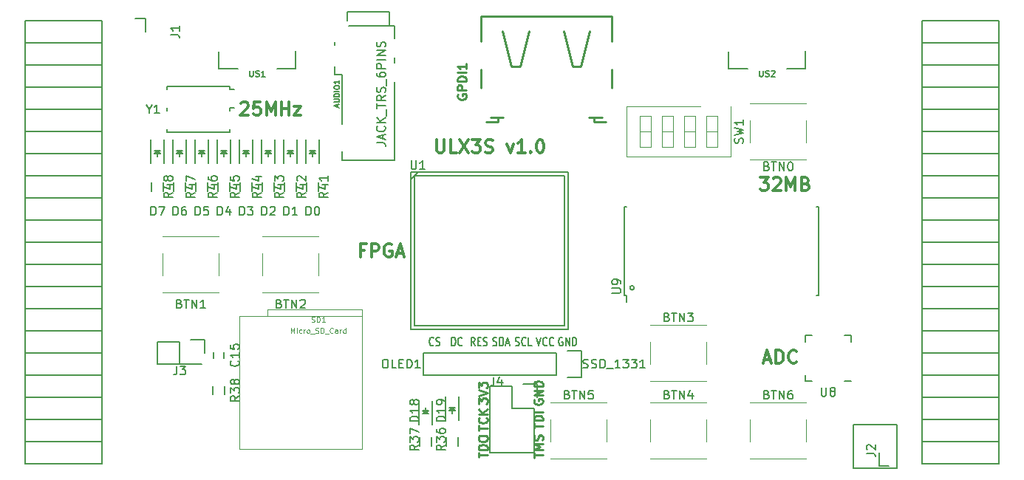
<source format=gto>
G04 #@! TF.FileFunction,Legend,Top*
%FSLAX46Y46*%
G04 Gerber Fmt 4.6, Leading zero omitted, Abs format (unit mm)*
G04 Created by KiCad (PCBNEW 4.0.7+dfsg1-1) date Tue Oct  3 01:48:17 2017*
%MOMM*%
%LPD*%
G01*
G04 APERTURE LIST*
%ADD10C,0.100000*%
%ADD11C,0.300000*%
%ADD12C,0.250000*%
%ADD13C,0.010160*%
%ADD14C,0.150000*%
%ADD15C,0.254000*%
%ADD16C,0.120000*%
%ADD17C,0.124460*%
%ADD18C,0.152400*%
G04 APERTURE END LIST*
D10*
D11*
X132442858Y-75076571D02*
X132442858Y-76290857D01*
X132514286Y-76433714D01*
X132585715Y-76505143D01*
X132728572Y-76576571D01*
X133014286Y-76576571D01*
X133157144Y-76505143D01*
X133228572Y-76433714D01*
X133300001Y-76290857D01*
X133300001Y-75076571D01*
X134728573Y-76576571D02*
X134014287Y-76576571D01*
X134014287Y-75076571D01*
X135085716Y-75076571D02*
X136085716Y-76576571D01*
X136085716Y-75076571D02*
X135085716Y-76576571D01*
X136514287Y-75076571D02*
X137442858Y-75076571D01*
X136942858Y-75648000D01*
X137157144Y-75648000D01*
X137300001Y-75719429D01*
X137371430Y-75790857D01*
X137442858Y-75933714D01*
X137442858Y-76290857D01*
X137371430Y-76433714D01*
X137300001Y-76505143D01*
X137157144Y-76576571D01*
X136728572Y-76576571D01*
X136585715Y-76505143D01*
X136514287Y-76433714D01*
X138014286Y-76505143D02*
X138228572Y-76576571D01*
X138585715Y-76576571D01*
X138728572Y-76505143D01*
X138800001Y-76433714D01*
X138871429Y-76290857D01*
X138871429Y-76148000D01*
X138800001Y-76005143D01*
X138728572Y-75933714D01*
X138585715Y-75862286D01*
X138300001Y-75790857D01*
X138157143Y-75719429D01*
X138085715Y-75648000D01*
X138014286Y-75505143D01*
X138014286Y-75362286D01*
X138085715Y-75219429D01*
X138157143Y-75148000D01*
X138300001Y-75076571D01*
X138657143Y-75076571D01*
X138871429Y-75148000D01*
X140514286Y-75576571D02*
X140871429Y-76576571D01*
X141228571Y-75576571D01*
X142585714Y-76576571D02*
X141728571Y-76576571D01*
X142157143Y-76576571D02*
X142157143Y-75076571D01*
X142014286Y-75290857D01*
X141871428Y-75433714D01*
X141728571Y-75505143D01*
X143228571Y-76433714D02*
X143299999Y-76505143D01*
X143228571Y-76576571D01*
X143157142Y-76505143D01*
X143228571Y-76433714D01*
X143228571Y-76576571D01*
X144228571Y-75076571D02*
X144371428Y-75076571D01*
X144514285Y-75148000D01*
X144585714Y-75219429D01*
X144657143Y-75362286D01*
X144728571Y-75648000D01*
X144728571Y-76005143D01*
X144657143Y-76290857D01*
X144585714Y-76433714D01*
X144514285Y-76505143D01*
X144371428Y-76576571D01*
X144228571Y-76576571D01*
X144085714Y-76505143D01*
X144014285Y-76433714D01*
X143942857Y-76290857D01*
X143871428Y-76005143D01*
X143871428Y-75648000D01*
X143942857Y-75362286D01*
X144014285Y-75219429D01*
X144085714Y-75148000D01*
X144228571Y-75076571D01*
X124175429Y-87728857D02*
X123675429Y-87728857D01*
X123675429Y-88514571D02*
X123675429Y-87014571D01*
X124389715Y-87014571D01*
X124961143Y-88514571D02*
X124961143Y-87014571D01*
X125532571Y-87014571D01*
X125675429Y-87086000D01*
X125746857Y-87157429D01*
X125818286Y-87300286D01*
X125818286Y-87514571D01*
X125746857Y-87657429D01*
X125675429Y-87728857D01*
X125532571Y-87800286D01*
X124961143Y-87800286D01*
X127246857Y-87086000D02*
X127104000Y-87014571D01*
X126889714Y-87014571D01*
X126675429Y-87086000D01*
X126532571Y-87228857D01*
X126461143Y-87371714D01*
X126389714Y-87657429D01*
X126389714Y-87871714D01*
X126461143Y-88157429D01*
X126532571Y-88300286D01*
X126675429Y-88443143D01*
X126889714Y-88514571D01*
X127032571Y-88514571D01*
X127246857Y-88443143D01*
X127318286Y-88371714D01*
X127318286Y-87871714D01*
X127032571Y-87871714D01*
X127889714Y-88086000D02*
X128604000Y-88086000D01*
X127746857Y-88514571D02*
X128246857Y-87014571D01*
X128746857Y-88514571D01*
X169510572Y-79394571D02*
X170439143Y-79394571D01*
X169939143Y-79966000D01*
X170153429Y-79966000D01*
X170296286Y-80037429D01*
X170367715Y-80108857D01*
X170439143Y-80251714D01*
X170439143Y-80608857D01*
X170367715Y-80751714D01*
X170296286Y-80823143D01*
X170153429Y-80894571D01*
X169724857Y-80894571D01*
X169582000Y-80823143D01*
X169510572Y-80751714D01*
X171010571Y-79537429D02*
X171082000Y-79466000D01*
X171224857Y-79394571D01*
X171582000Y-79394571D01*
X171724857Y-79466000D01*
X171796286Y-79537429D01*
X171867714Y-79680286D01*
X171867714Y-79823143D01*
X171796286Y-80037429D01*
X170939143Y-80894571D01*
X171867714Y-80894571D01*
X172510571Y-80894571D02*
X172510571Y-79394571D01*
X173010571Y-80466000D01*
X173510571Y-79394571D01*
X173510571Y-80894571D01*
X174724857Y-80108857D02*
X174939143Y-80180286D01*
X175010571Y-80251714D01*
X175082000Y-80394571D01*
X175082000Y-80608857D01*
X175010571Y-80751714D01*
X174939143Y-80823143D01*
X174796285Y-80894571D01*
X174224857Y-80894571D01*
X174224857Y-79394571D01*
X174724857Y-79394571D01*
X174867714Y-79466000D01*
X174939143Y-79537429D01*
X175010571Y-79680286D01*
X175010571Y-79823143D01*
X174939143Y-79966000D01*
X174867714Y-80037429D01*
X174724857Y-80108857D01*
X174224857Y-80108857D01*
X169966857Y-100278000D02*
X170681143Y-100278000D01*
X169824000Y-100706571D02*
X170324000Y-99206571D01*
X170824000Y-100706571D01*
X171324000Y-100706571D02*
X171324000Y-99206571D01*
X171681143Y-99206571D01*
X171895428Y-99278000D01*
X172038286Y-99420857D01*
X172109714Y-99563714D01*
X172181143Y-99849429D01*
X172181143Y-100063714D01*
X172109714Y-100349429D01*
X172038286Y-100492286D01*
X171895428Y-100635143D01*
X171681143Y-100706571D01*
X171324000Y-100706571D01*
X173681143Y-100563714D02*
X173609714Y-100635143D01*
X173395428Y-100706571D01*
X173252571Y-100706571D01*
X173038286Y-100635143D01*
X172895428Y-100492286D01*
X172824000Y-100349429D01*
X172752571Y-100063714D01*
X172752571Y-99849429D01*
X172824000Y-99563714D01*
X172895428Y-99420857D01*
X173038286Y-99278000D01*
X173252571Y-99206571D01*
X173395428Y-99206571D01*
X173609714Y-99278000D01*
X173681143Y-99349429D01*
X110011143Y-70901429D02*
X110082572Y-70830000D01*
X110225429Y-70758571D01*
X110582572Y-70758571D01*
X110725429Y-70830000D01*
X110796858Y-70901429D01*
X110868286Y-71044286D01*
X110868286Y-71187143D01*
X110796858Y-71401429D01*
X109939715Y-72258571D01*
X110868286Y-72258571D01*
X112225429Y-70758571D02*
X111511143Y-70758571D01*
X111439714Y-71472857D01*
X111511143Y-71401429D01*
X111654000Y-71330000D01*
X112011143Y-71330000D01*
X112154000Y-71401429D01*
X112225429Y-71472857D01*
X112296857Y-71615714D01*
X112296857Y-71972857D01*
X112225429Y-72115714D01*
X112154000Y-72187143D01*
X112011143Y-72258571D01*
X111654000Y-72258571D01*
X111511143Y-72187143D01*
X111439714Y-72115714D01*
X112939714Y-72258571D02*
X112939714Y-70758571D01*
X113439714Y-71830000D01*
X113939714Y-70758571D01*
X113939714Y-72258571D01*
X114654000Y-72258571D02*
X114654000Y-70758571D01*
X114654000Y-71472857D02*
X115511143Y-71472857D01*
X115511143Y-72258571D02*
X115511143Y-70758571D01*
X116082572Y-71258571D02*
X116868286Y-71258571D01*
X116082572Y-72258571D01*
X116868286Y-72258571D01*
D12*
X143590381Y-111521333D02*
X143590381Y-110949904D01*
X144590381Y-111235619D02*
X143590381Y-111235619D01*
X144590381Y-110616571D02*
X143590381Y-110616571D01*
X144304667Y-110283237D01*
X143590381Y-109949904D01*
X144590381Y-109949904D01*
X144542762Y-109521333D02*
X144590381Y-109378476D01*
X144590381Y-109140380D01*
X144542762Y-109045142D01*
X144495143Y-108997523D01*
X144399905Y-108949904D01*
X144304667Y-108949904D01*
X144209429Y-108997523D01*
X144161810Y-109045142D01*
X144114190Y-109140380D01*
X144066571Y-109330857D01*
X144018952Y-109426095D01*
X143971333Y-109473714D01*
X143876095Y-109521333D01*
X143780857Y-109521333D01*
X143685619Y-109473714D01*
X143638000Y-109426095D01*
X143590381Y-109330857D01*
X143590381Y-109092761D01*
X143638000Y-108949904D01*
X143590381Y-108163809D02*
X143590381Y-107592380D01*
X144590381Y-107878095D02*
X143590381Y-107878095D01*
X144590381Y-107259047D02*
X143590381Y-107259047D01*
X143590381Y-107020952D01*
X143638000Y-106878094D01*
X143733238Y-106782856D01*
X143828476Y-106735237D01*
X144018952Y-106687618D01*
X144161810Y-106687618D01*
X144352286Y-106735237D01*
X144447524Y-106782856D01*
X144542762Y-106878094D01*
X144590381Y-107020952D01*
X144590381Y-107259047D01*
X144590381Y-106259047D02*
X143590381Y-106259047D01*
X143638000Y-104853904D02*
X143590381Y-104949142D01*
X143590381Y-105091999D01*
X143638000Y-105234857D01*
X143733238Y-105330095D01*
X143828476Y-105377714D01*
X144018952Y-105425333D01*
X144161810Y-105425333D01*
X144352286Y-105377714D01*
X144447524Y-105330095D01*
X144542762Y-105234857D01*
X144590381Y-105091999D01*
X144590381Y-104996761D01*
X144542762Y-104853904D01*
X144495143Y-104806285D01*
X144161810Y-104806285D01*
X144161810Y-104996761D01*
X144590381Y-104377714D02*
X143590381Y-104377714D01*
X144590381Y-103806285D01*
X143590381Y-103806285D01*
X144590381Y-103330095D02*
X143590381Y-103330095D01*
X143590381Y-103092000D01*
X143638000Y-102949142D01*
X143733238Y-102853904D01*
X143828476Y-102806285D01*
X144018952Y-102758666D01*
X144161810Y-102758666D01*
X144352286Y-102806285D01*
X144447524Y-102853904D01*
X144542762Y-102949142D01*
X144590381Y-103092000D01*
X144590381Y-103330095D01*
X137240381Y-111497524D02*
X137240381Y-110926095D01*
X138240381Y-111211810D02*
X137240381Y-111211810D01*
X138240381Y-110592762D02*
X137240381Y-110592762D01*
X137240381Y-110354667D01*
X137288000Y-110211809D01*
X137383238Y-110116571D01*
X137478476Y-110068952D01*
X137668952Y-110021333D01*
X137811810Y-110021333D01*
X138002286Y-110068952D01*
X138097524Y-110116571D01*
X138192762Y-110211809D01*
X138240381Y-110354667D01*
X138240381Y-110592762D01*
X137240381Y-109402286D02*
X137240381Y-109211809D01*
X137288000Y-109116571D01*
X137383238Y-109021333D01*
X137573714Y-108973714D01*
X137907048Y-108973714D01*
X138097524Y-109021333D01*
X138192762Y-109116571D01*
X138240381Y-109211809D01*
X138240381Y-109402286D01*
X138192762Y-109497524D01*
X138097524Y-109592762D01*
X137907048Y-109640381D01*
X137573714Y-109640381D01*
X137383238Y-109592762D01*
X137288000Y-109497524D01*
X137240381Y-109402286D01*
X137240381Y-108425714D02*
X137240381Y-107854285D01*
X138240381Y-108140000D02*
X137240381Y-108140000D01*
X138145143Y-106949523D02*
X138192762Y-106997142D01*
X138240381Y-107139999D01*
X138240381Y-107235237D01*
X138192762Y-107378095D01*
X138097524Y-107473333D01*
X138002286Y-107520952D01*
X137811810Y-107568571D01*
X137668952Y-107568571D01*
X137478476Y-107520952D01*
X137383238Y-107473333D01*
X137288000Y-107378095D01*
X137240381Y-107235237D01*
X137240381Y-107139999D01*
X137288000Y-106997142D01*
X137335619Y-106949523D01*
X138240381Y-106520952D02*
X137240381Y-106520952D01*
X138240381Y-105949523D02*
X137668952Y-106378095D01*
X137240381Y-105949523D02*
X137811810Y-106520952D01*
X137240381Y-105330095D02*
X137240381Y-104711047D01*
X137621333Y-105044381D01*
X137621333Y-104901523D01*
X137668952Y-104806285D01*
X137716571Y-104758666D01*
X137811810Y-104711047D01*
X138049905Y-104711047D01*
X138145143Y-104758666D01*
X138192762Y-104806285D01*
X138240381Y-104901523D01*
X138240381Y-105187238D01*
X138192762Y-105282476D01*
X138145143Y-105330095D01*
X137240381Y-104425333D02*
X138240381Y-104092000D01*
X137240381Y-103758666D01*
X137240381Y-103520571D02*
X137240381Y-102901523D01*
X137621333Y-103234857D01*
X137621333Y-103091999D01*
X137668952Y-102996761D01*
X137716571Y-102949142D01*
X137811810Y-102901523D01*
X138049905Y-102901523D01*
X138145143Y-102949142D01*
X138192762Y-102996761D01*
X138240381Y-103091999D01*
X138240381Y-103377714D01*
X138192762Y-103472952D01*
X138145143Y-103520571D01*
D13*
X113070000Y-95320000D02*
X113070000Y-94520000D01*
X113070000Y-94520000D02*
X123870000Y-94520000D01*
X123870000Y-94520000D02*
X123870000Y-95320000D01*
X109870000Y-110520000D02*
X109870000Y-95320000D01*
X109870000Y-95320000D02*
X123870000Y-95320000D01*
X123870000Y-95320000D02*
X123870000Y-110520000D01*
X123870000Y-110520000D02*
X109870000Y-110520000D01*
D14*
X117480000Y-75060000D02*
X117480000Y-77760000D01*
X118980000Y-75060000D02*
X118980000Y-77760000D01*
X118080000Y-76560000D02*
X118330000Y-76560000D01*
X118330000Y-76560000D02*
X118180000Y-76410000D01*
X118580000Y-76310000D02*
X117880000Y-76310000D01*
X118230000Y-76660000D02*
X118230000Y-77010000D01*
X118230000Y-76310000D02*
X118580000Y-76660000D01*
X118580000Y-76660000D02*
X117880000Y-76660000D01*
X117880000Y-76660000D02*
X118230000Y-76310000D01*
X114940000Y-75060000D02*
X114940000Y-77760000D01*
X116440000Y-75060000D02*
X116440000Y-77760000D01*
X115540000Y-76560000D02*
X115790000Y-76560000D01*
X115790000Y-76560000D02*
X115640000Y-76410000D01*
X116040000Y-76310000D02*
X115340000Y-76310000D01*
X115690000Y-76660000D02*
X115690000Y-77010000D01*
X115690000Y-76310000D02*
X116040000Y-76660000D01*
X116040000Y-76660000D02*
X115340000Y-76660000D01*
X115340000Y-76660000D02*
X115690000Y-76310000D01*
X112400000Y-75060000D02*
X112400000Y-77760000D01*
X113900000Y-75060000D02*
X113900000Y-77760000D01*
X113000000Y-76560000D02*
X113250000Y-76560000D01*
X113250000Y-76560000D02*
X113100000Y-76410000D01*
X113500000Y-76310000D02*
X112800000Y-76310000D01*
X113150000Y-76660000D02*
X113150000Y-77010000D01*
X113150000Y-76310000D02*
X113500000Y-76660000D01*
X113500000Y-76660000D02*
X112800000Y-76660000D01*
X112800000Y-76660000D02*
X113150000Y-76310000D01*
X109860000Y-75060000D02*
X109860000Y-77760000D01*
X111360000Y-75060000D02*
X111360000Y-77760000D01*
X110460000Y-76560000D02*
X110710000Y-76560000D01*
X110710000Y-76560000D02*
X110560000Y-76410000D01*
X110960000Y-76310000D02*
X110260000Y-76310000D01*
X110610000Y-76660000D02*
X110610000Y-77010000D01*
X110610000Y-76310000D02*
X110960000Y-76660000D01*
X110960000Y-76660000D02*
X110260000Y-76660000D01*
X110260000Y-76660000D02*
X110610000Y-76310000D01*
X107320000Y-75060000D02*
X107320000Y-77760000D01*
X108820000Y-75060000D02*
X108820000Y-77760000D01*
X107920000Y-76560000D02*
X108170000Y-76560000D01*
X108170000Y-76560000D02*
X108020000Y-76410000D01*
X108420000Y-76310000D02*
X107720000Y-76310000D01*
X108070000Y-76660000D02*
X108070000Y-77010000D01*
X108070000Y-76310000D02*
X108420000Y-76660000D01*
X108420000Y-76660000D02*
X107720000Y-76660000D01*
X107720000Y-76660000D02*
X108070000Y-76310000D01*
X104780000Y-75060000D02*
X104780000Y-77760000D01*
X106280000Y-75060000D02*
X106280000Y-77760000D01*
X105380000Y-76560000D02*
X105630000Y-76560000D01*
X105630000Y-76560000D02*
X105480000Y-76410000D01*
X105880000Y-76310000D02*
X105180000Y-76310000D01*
X105530000Y-76660000D02*
X105530000Y-77010000D01*
X105530000Y-76310000D02*
X105880000Y-76660000D01*
X105880000Y-76660000D02*
X105180000Y-76660000D01*
X105180000Y-76660000D02*
X105530000Y-76310000D01*
X102240000Y-75060000D02*
X102240000Y-77760000D01*
X103740000Y-75060000D02*
X103740000Y-77760000D01*
X102840000Y-76560000D02*
X103090000Y-76560000D01*
X103090000Y-76560000D02*
X102940000Y-76410000D01*
X103340000Y-76310000D02*
X102640000Y-76310000D01*
X102990000Y-76660000D02*
X102990000Y-77010000D01*
X102990000Y-76310000D02*
X103340000Y-76660000D01*
X103340000Y-76660000D02*
X102640000Y-76660000D01*
X102640000Y-76660000D02*
X102990000Y-76310000D01*
X99700000Y-75060000D02*
X99700000Y-77760000D01*
X101200000Y-75060000D02*
X101200000Y-77760000D01*
X100300000Y-76560000D02*
X100550000Y-76560000D01*
X100550000Y-76560000D02*
X100400000Y-76410000D01*
X100800000Y-76310000D02*
X100100000Y-76310000D01*
X100450000Y-76660000D02*
X100450000Y-77010000D01*
X100450000Y-76310000D02*
X100800000Y-76660000D01*
X100800000Y-76660000D02*
X100100000Y-76660000D01*
X100100000Y-76660000D02*
X100450000Y-76310000D01*
X176180000Y-92880000D02*
X175980000Y-92880000D01*
X176180000Y-82720000D02*
X175980000Y-82720000D01*
X155080000Y-92050000D02*
G75*
G03X155080000Y-92050000I-250000J0D01*
G01*
X154180000Y-92880000D02*
X154180000Y-93700000D01*
X153980000Y-92880000D02*
X154180000Y-92880000D01*
X153980000Y-82720000D02*
X154180000Y-82720000D01*
X176190000Y-82720000D02*
X176190000Y-92880000D01*
X153970000Y-92880000D02*
X153970000Y-82720000D01*
X85270000Y-112220000D02*
X94100000Y-112220000D01*
X85270000Y-109680000D02*
X85270000Y-112220000D01*
X94100000Y-109680000D02*
X94100000Y-112220000D01*
X94100000Y-112220000D02*
X85270000Y-112220000D01*
X94100000Y-109680000D02*
X85270000Y-109680000D01*
X94100000Y-107140000D02*
X94100000Y-109680000D01*
X85270000Y-107140000D02*
X85270000Y-109680000D01*
X85270000Y-109680000D02*
X94100000Y-109680000D01*
X85270000Y-91900000D02*
X94100000Y-91900000D01*
X85270000Y-89360000D02*
X85270000Y-91900000D01*
X94100000Y-89360000D02*
X94100000Y-91900000D01*
X94100000Y-91900000D02*
X85270000Y-91900000D01*
X94100000Y-94440000D02*
X85270000Y-94440000D01*
X94100000Y-91900000D02*
X94100000Y-94440000D01*
X85270000Y-91900000D02*
X85270000Y-94440000D01*
X85270000Y-94440000D02*
X94100000Y-94440000D01*
X85270000Y-107140000D02*
X94100000Y-107140000D01*
X85270000Y-104600000D02*
X85270000Y-107140000D01*
X94100000Y-104600000D02*
X94100000Y-107140000D01*
X94100000Y-107140000D02*
X85270000Y-107140000D01*
X94100000Y-104600000D02*
X85270000Y-104600000D01*
X94100000Y-102060000D02*
X94100000Y-104600000D01*
X85270000Y-102060000D02*
X85270000Y-104600000D01*
X85270000Y-104600000D02*
X94100000Y-104600000D01*
X85270000Y-102060000D02*
X94100000Y-102060000D01*
X85270000Y-99520000D02*
X85270000Y-102060000D01*
X94100000Y-99520000D02*
X94100000Y-102060000D01*
X94100000Y-102060000D02*
X85270000Y-102060000D01*
X94100000Y-99520000D02*
X85270000Y-99520000D01*
X94100000Y-96980000D02*
X94100000Y-99520000D01*
X85270000Y-96980000D02*
X85270000Y-99520000D01*
X85270000Y-99520000D02*
X94100000Y-99520000D01*
X85270000Y-96980000D02*
X94100000Y-96980000D01*
X85270000Y-94440000D02*
X85270000Y-96980000D01*
X94100000Y-94440000D02*
X94100000Y-96980000D01*
X94100000Y-96980000D02*
X85270000Y-96980000D01*
X94100000Y-79200000D02*
X85270000Y-79200000D01*
X94100000Y-76660000D02*
X94100000Y-79200000D01*
X85270000Y-76660000D02*
X85270000Y-79200000D01*
X85270000Y-79200000D02*
X94100000Y-79200000D01*
X85270000Y-81740000D02*
X94100000Y-81740000D01*
X85270000Y-79200000D02*
X85270000Y-81740000D01*
X94100000Y-79200000D02*
X94100000Y-81740000D01*
X94100000Y-81740000D02*
X85270000Y-81740000D01*
X94100000Y-84280000D02*
X85270000Y-84280000D01*
X94100000Y-81740000D02*
X94100000Y-84280000D01*
X85270000Y-81740000D02*
X85270000Y-84280000D01*
X85270000Y-84280000D02*
X94100000Y-84280000D01*
X85270000Y-86820000D02*
X94100000Y-86820000D01*
X85270000Y-84280000D02*
X85270000Y-86820000D01*
X94100000Y-84280000D02*
X94100000Y-86820000D01*
X94100000Y-86820000D02*
X85270000Y-86820000D01*
X94100000Y-89360000D02*
X85270000Y-89360000D01*
X94100000Y-86820000D02*
X94100000Y-89360000D01*
X85270000Y-86820000D02*
X85270000Y-89360000D01*
X85270000Y-89360000D02*
X94100000Y-89360000D01*
X85270000Y-76660000D02*
X94100000Y-76660000D01*
X85270000Y-74120000D02*
X85270000Y-76660000D01*
X94100000Y-74120000D02*
X94100000Y-76660000D01*
X94100000Y-76660000D02*
X85270000Y-76660000D01*
X94100000Y-74120000D02*
X85270000Y-74120000D01*
X94100000Y-71580000D02*
X94100000Y-74120000D01*
X85270000Y-71580000D02*
X85270000Y-74120000D01*
X85270000Y-74120000D02*
X94100000Y-74120000D01*
X85270000Y-71580000D02*
X94100000Y-71580000D01*
X85270000Y-69040000D02*
X85270000Y-71580000D01*
X94100000Y-69040000D02*
X94100000Y-71580000D01*
X94100000Y-71580000D02*
X85270000Y-71580000D01*
X94100000Y-69040000D02*
X85270000Y-69040000D01*
X94100000Y-66500000D02*
X94100000Y-69040000D01*
X85270000Y-66500000D02*
X85270000Y-69040000D01*
X85270000Y-69040000D02*
X94100000Y-69040000D01*
X85270000Y-66500000D02*
X94100000Y-66500000D01*
X85270000Y-63960000D02*
X85270000Y-66500000D01*
X94100000Y-63960000D02*
X94100000Y-66500000D01*
X94100000Y-66500000D02*
X85270000Y-66500000D01*
X94100000Y-63960000D02*
X85270000Y-63960000D01*
X94100000Y-61420000D02*
X94100000Y-63960000D01*
X99060000Y-62690000D02*
X99060000Y-61140000D01*
X99060000Y-61140000D02*
X97910000Y-61140000D01*
X94100000Y-61420000D02*
X85270000Y-61420000D01*
X85270000Y-61420000D02*
X85270000Y-63960000D01*
X85270000Y-63960000D02*
X94100000Y-63960000D01*
X196910000Y-61420000D02*
X188080000Y-61420000D01*
X196910000Y-63960000D02*
X196910000Y-61420000D01*
X188080000Y-63960000D02*
X188080000Y-61420000D01*
X188080000Y-61420000D02*
X196910000Y-61420000D01*
X188080000Y-63960000D02*
X196910000Y-63960000D01*
X188080000Y-66500000D02*
X188080000Y-63960000D01*
X196910000Y-66500000D02*
X196910000Y-63960000D01*
X196910000Y-63960000D02*
X188080000Y-63960000D01*
X196910000Y-81740000D02*
X188080000Y-81740000D01*
X196910000Y-84280000D02*
X196910000Y-81740000D01*
X188080000Y-84280000D02*
X188080000Y-81740000D01*
X188080000Y-81740000D02*
X196910000Y-81740000D01*
X188080000Y-79200000D02*
X196910000Y-79200000D01*
X188080000Y-81740000D02*
X188080000Y-79200000D01*
X196910000Y-81740000D02*
X196910000Y-79200000D01*
X196910000Y-79200000D02*
X188080000Y-79200000D01*
X196910000Y-66500000D02*
X188080000Y-66500000D01*
X196910000Y-69040000D02*
X196910000Y-66500000D01*
X188080000Y-69040000D02*
X188080000Y-66500000D01*
X188080000Y-66500000D02*
X196910000Y-66500000D01*
X188080000Y-69040000D02*
X196910000Y-69040000D01*
X188080000Y-71580000D02*
X188080000Y-69040000D01*
X196910000Y-71580000D02*
X196910000Y-69040000D01*
X196910000Y-69040000D02*
X188080000Y-69040000D01*
X196910000Y-71580000D02*
X188080000Y-71580000D01*
X196910000Y-74120000D02*
X196910000Y-71580000D01*
X188080000Y-74120000D02*
X188080000Y-71580000D01*
X188080000Y-71580000D02*
X196910000Y-71580000D01*
X188080000Y-74120000D02*
X196910000Y-74120000D01*
X188080000Y-76660000D02*
X188080000Y-74120000D01*
X196910000Y-76660000D02*
X196910000Y-74120000D01*
X196910000Y-74120000D02*
X188080000Y-74120000D01*
X196910000Y-76660000D02*
X188080000Y-76660000D01*
X196910000Y-79200000D02*
X196910000Y-76660000D01*
X188080000Y-79200000D02*
X188080000Y-76660000D01*
X188080000Y-76660000D02*
X196910000Y-76660000D01*
X188080000Y-94440000D02*
X196910000Y-94440000D01*
X188080000Y-96980000D02*
X188080000Y-94440000D01*
X196910000Y-96980000D02*
X196910000Y-94440000D01*
X196910000Y-94440000D02*
X188080000Y-94440000D01*
X196910000Y-91900000D02*
X188080000Y-91900000D01*
X196910000Y-94440000D02*
X196910000Y-91900000D01*
X188080000Y-94440000D02*
X188080000Y-91900000D01*
X188080000Y-91900000D02*
X196910000Y-91900000D01*
X188080000Y-89360000D02*
X196910000Y-89360000D01*
X188080000Y-91900000D02*
X188080000Y-89360000D01*
X196910000Y-91900000D02*
X196910000Y-89360000D01*
X196910000Y-89360000D02*
X188080000Y-89360000D01*
X196910000Y-86820000D02*
X188080000Y-86820000D01*
X196910000Y-89360000D02*
X196910000Y-86820000D01*
X188080000Y-89360000D02*
X188080000Y-86820000D01*
X188080000Y-86820000D02*
X196910000Y-86820000D01*
X188080000Y-84280000D02*
X196910000Y-84280000D01*
X188080000Y-86820000D02*
X188080000Y-84280000D01*
X196910000Y-86820000D02*
X196910000Y-84280000D01*
X196910000Y-84280000D02*
X188080000Y-84280000D01*
X196910000Y-96980000D02*
X188080000Y-96980000D01*
X196910000Y-99520000D02*
X196910000Y-96980000D01*
X188080000Y-99520000D02*
X188080000Y-96980000D01*
X188080000Y-96980000D02*
X196910000Y-96980000D01*
X188080000Y-99520000D02*
X196910000Y-99520000D01*
X188080000Y-102060000D02*
X188080000Y-99520000D01*
X196910000Y-102060000D02*
X196910000Y-99520000D01*
X196910000Y-99520000D02*
X188080000Y-99520000D01*
X196910000Y-102060000D02*
X188080000Y-102060000D01*
X196910000Y-104600000D02*
X196910000Y-102060000D01*
X188080000Y-104600000D02*
X188080000Y-102060000D01*
X188080000Y-102060000D02*
X196910000Y-102060000D01*
X188080000Y-104600000D02*
X196910000Y-104600000D01*
X188080000Y-107140000D02*
X188080000Y-104600000D01*
X196910000Y-107140000D02*
X196910000Y-104600000D01*
X196910000Y-104600000D02*
X188080000Y-104600000D01*
X196910000Y-107140000D02*
X188080000Y-107140000D01*
X196910000Y-109680000D02*
X196910000Y-107140000D01*
X188080000Y-109680000D02*
X188080000Y-107140000D01*
X188080000Y-107140000D02*
X196910000Y-107140000D01*
X188080000Y-109680000D02*
X196910000Y-109680000D01*
X188080000Y-112220000D02*
X188080000Y-109680000D01*
X183120000Y-110950000D02*
X183120000Y-112500000D01*
X183120000Y-112500000D02*
X184270000Y-112500000D01*
X188080000Y-112220000D02*
X196910000Y-112220000D01*
X196910000Y-112220000D02*
X196910000Y-109680000D01*
X196910000Y-109680000D02*
X188080000Y-109680000D01*
X108724000Y-69280000D02*
X109274000Y-69280000D01*
X101524000Y-68980000D02*
X101524000Y-69280000D01*
X101524000Y-74180000D02*
X101524000Y-73880000D01*
X108724000Y-74180000D02*
X108724000Y-73880000D01*
X108724000Y-68980000D02*
X108724000Y-69280000D01*
X108724000Y-68980000D02*
X101524000Y-68980000D01*
X108724000Y-71380000D02*
X109274000Y-71380000D01*
X108724000Y-74180000D02*
X101524000Y-74180000D01*
X101524000Y-71380000D02*
X101524000Y-71780000D01*
X108724000Y-71380000D02*
X108724000Y-71780000D01*
X105810000Y-99520000D02*
X105810000Y-97970000D01*
X102990000Y-100790000D02*
X105530000Y-100790000D01*
X105810000Y-97970000D02*
X104260000Y-97970000D01*
X100450000Y-100790000D02*
X102990000Y-100790000D01*
X102990000Y-100790000D02*
X102990000Y-98250000D01*
X102990000Y-98250000D02*
X100450000Y-98250000D01*
X100450000Y-98250000D02*
X100450000Y-100790000D01*
X131934000Y-107724000D02*
X131934000Y-105024000D01*
X130434000Y-107724000D02*
X130434000Y-105024000D01*
X131334000Y-106224000D02*
X131084000Y-106224000D01*
X131084000Y-106224000D02*
X131234000Y-106374000D01*
X130834000Y-106474000D02*
X131534000Y-106474000D01*
X131184000Y-106124000D02*
X131184000Y-105774000D01*
X131184000Y-106474000D02*
X130834000Y-106124000D01*
X130834000Y-106124000D02*
X131534000Y-106124000D01*
X131534000Y-106124000D02*
X131184000Y-106474000D01*
X133482000Y-104524000D02*
X133482000Y-107224000D01*
X134982000Y-104524000D02*
X134982000Y-107224000D01*
X134082000Y-106024000D02*
X134332000Y-106024000D01*
X134332000Y-106024000D02*
X134182000Y-105874000D01*
X134582000Y-105774000D02*
X133882000Y-105774000D01*
X134232000Y-106124000D02*
X134232000Y-106474000D01*
X134232000Y-105774000D02*
X134582000Y-106124000D01*
X134582000Y-106124000D02*
X133882000Y-106124000D01*
X133882000Y-106124000D02*
X134232000Y-105774000D01*
X130509000Y-110180000D02*
X130509000Y-109180000D01*
X131859000Y-109180000D02*
X131859000Y-110180000D01*
X134907000Y-109180000D02*
X134907000Y-110180000D01*
X133557000Y-110180000D02*
X133557000Y-109180000D01*
X106880000Y-100150000D02*
X106880000Y-99450000D01*
X108080000Y-99450000D02*
X108080000Y-100150000D01*
X106805000Y-104300000D02*
X106805000Y-103300000D01*
X108155000Y-103300000D02*
X108155000Y-104300000D01*
X116280000Y-64925000D02*
X116280000Y-66925000D01*
X116280000Y-66925000D02*
X114130000Y-66925000D01*
X109630000Y-66925000D02*
X107480000Y-66925000D01*
X107480000Y-66925000D02*
X107480000Y-64975000D01*
X174700000Y-64925000D02*
X174700000Y-66925000D01*
X174700000Y-66925000D02*
X172550000Y-66925000D01*
X168050000Y-66925000D02*
X165900000Y-66925000D01*
X165900000Y-66925000D02*
X165900000Y-64975000D01*
X143630000Y-110950000D02*
X143630000Y-105870000D01*
X143910000Y-103050000D02*
X143910000Y-104600000D01*
X141090000Y-103330000D02*
X141090000Y-105870000D01*
X141090000Y-105870000D02*
X143630000Y-105870000D01*
X143630000Y-110950000D02*
X138550000Y-110950000D01*
X138550000Y-110950000D02*
X138550000Y-105870000D01*
X143910000Y-103050000D02*
X142360000Y-103050000D01*
X138550000Y-103330000D02*
X141090000Y-103330000D01*
X138550000Y-105870000D02*
X138550000Y-103330000D01*
X118905000Y-79970000D02*
X118905000Y-80970000D01*
X117555000Y-80970000D02*
X117555000Y-79970000D01*
X116365000Y-79970000D02*
X116365000Y-80970000D01*
X115015000Y-80970000D02*
X115015000Y-79970000D01*
X113825000Y-79970000D02*
X113825000Y-80970000D01*
X112475000Y-80970000D02*
X112475000Y-79970000D01*
X111285000Y-79970000D02*
X111285000Y-80970000D01*
X109935000Y-80970000D02*
X109935000Y-79970000D01*
X108745000Y-79970000D02*
X108745000Y-80970000D01*
X107395000Y-80970000D02*
X107395000Y-79970000D01*
X106205000Y-79970000D02*
X106205000Y-80970000D01*
X104855000Y-80970000D02*
X104855000Y-79970000D01*
X103665000Y-79970000D02*
X103665000Y-80970000D01*
X102315000Y-80970000D02*
X102315000Y-79970000D01*
X101125000Y-79970000D02*
X101125000Y-80970000D01*
X99775000Y-80970000D02*
X99775000Y-79970000D01*
X174660000Y-102780000D02*
X174660000Y-102030000D01*
X179910000Y-97530000D02*
X179910000Y-98280000D01*
X174660000Y-97530000D02*
X174660000Y-98280000D01*
X179910000Y-102780000D02*
X179160000Y-102780000D01*
X179910000Y-97530000D02*
X179160000Y-97530000D01*
X174660000Y-97530000D02*
X175410000Y-97530000D01*
X174660000Y-102780000D02*
X175410000Y-102780000D01*
X130280000Y-78800000D02*
X129480000Y-79600000D01*
X129480000Y-96800000D02*
X129480000Y-78800000D01*
X147480000Y-96800000D02*
X129480000Y-96800000D01*
X147480000Y-78800000D02*
X147480000Y-96800000D01*
X129480000Y-78800000D02*
X147480000Y-78800000D01*
X129880000Y-96400000D02*
X129880000Y-79200000D01*
X147080000Y-96400000D02*
X129880000Y-96400000D01*
X147080000Y-79200000D02*
X147080000Y-96400000D01*
X129880000Y-79200000D02*
X147080000Y-79200000D01*
X180180640Y-107700640D02*
X185179360Y-107700640D01*
X185179360Y-107700640D02*
X185179360Y-112699360D01*
X185179360Y-112699360D02*
X180180640Y-112699360D01*
X180180640Y-112699360D02*
X180180640Y-107700640D01*
X146170000Y-99520000D02*
X130930000Y-99520000D01*
X130930000Y-99520000D02*
X130930000Y-102060000D01*
X130930000Y-102060000D02*
X146170000Y-102060000D01*
X148990000Y-99240000D02*
X147440000Y-99240000D01*
X146170000Y-99520000D02*
X146170000Y-102060000D01*
X147440000Y-102340000D02*
X148990000Y-102340000D01*
X148990000Y-102340000D02*
X148990000Y-99240000D01*
X122180000Y-60440000D02*
X122180000Y-61440000D01*
X126980000Y-60440000D02*
X122180000Y-60440000D01*
X126980000Y-62040000D02*
X126980000Y-60440000D01*
X127580000Y-62040000D02*
X122380000Y-62040000D01*
X120780000Y-64240000D02*
X120780000Y-63840000D01*
X120780000Y-67640000D02*
X120780000Y-66640000D01*
X121580000Y-67640000D02*
X120780000Y-67640000D01*
X121580000Y-73240000D02*
X121580000Y-67640000D01*
X121580000Y-77440000D02*
X121580000Y-76440000D01*
X127580000Y-77440000D02*
X121580000Y-77440000D01*
X127580000Y-68440000D02*
X127580000Y-77440000D01*
X127580000Y-65640000D02*
X127580000Y-66240000D01*
X127580000Y-62040000D02*
X127580000Y-63440000D01*
D15*
X151378260Y-72548160D02*
X150479100Y-72548160D01*
X150479100Y-72548160D02*
X149879660Y-72548160D01*
X140080340Y-72548160D02*
X139480900Y-72548160D01*
X139480900Y-72548160D02*
X138581740Y-72548160D01*
X137481920Y-69149640D02*
X137481920Y-66998260D01*
X137481920Y-63800400D02*
X137481920Y-60892100D01*
X137481920Y-60892100D02*
X152478080Y-60892100D01*
X152478080Y-60892100D02*
X152478080Y-63800400D01*
X152478080Y-66998260D02*
X152478080Y-69149640D01*
X138106760Y-73048540D02*
X139480900Y-73048540D01*
X139480900Y-73048540D02*
X139480900Y-72548160D01*
X150479100Y-72548160D02*
X150479100Y-73048540D01*
X150479100Y-73048540D02*
X151865940Y-73048540D01*
X142981020Y-62632000D02*
X141980260Y-66632500D01*
X141980260Y-66632500D02*
X140982040Y-66632500D01*
X140982040Y-66632500D02*
X139981280Y-62632000D01*
X146978980Y-62632000D02*
X147979740Y-66632500D01*
X147979740Y-66632500D02*
X148977960Y-66632500D01*
X148977960Y-66632500D02*
X149978720Y-62632000D01*
D16*
X168340000Y-77350000D02*
X168340000Y-77320000D01*
X168340000Y-70890000D02*
X168340000Y-70920000D01*
X174800000Y-70890000D02*
X174800000Y-70920000D01*
X174800000Y-77320000D02*
X174800000Y-77350000D01*
X168340000Y-75420000D02*
X168340000Y-72820000D01*
X174800000Y-77350000D02*
X168340000Y-77350000D01*
X174800000Y-75420000D02*
X174800000Y-72820000D01*
X174800000Y-70890000D02*
X168340000Y-70890000D01*
X107490000Y-86130000D02*
X107490000Y-86160000D01*
X107490000Y-92590000D02*
X107490000Y-92560000D01*
X101030000Y-92590000D02*
X101030000Y-92560000D01*
X101030000Y-86160000D02*
X101030000Y-86130000D01*
X107490000Y-88060000D02*
X107490000Y-90660000D01*
X101030000Y-86130000D02*
X107490000Y-86130000D01*
X101030000Y-88060000D02*
X101030000Y-90660000D01*
X101030000Y-92590000D02*
X107490000Y-92590000D01*
X118920000Y-86130000D02*
X118920000Y-86160000D01*
X118920000Y-92590000D02*
X118920000Y-92560000D01*
X112460000Y-92590000D02*
X112460000Y-92560000D01*
X112460000Y-86160000D02*
X112460000Y-86130000D01*
X118920000Y-88060000D02*
X118920000Y-90660000D01*
X112460000Y-86130000D02*
X118920000Y-86130000D01*
X112460000Y-88060000D02*
X112460000Y-90660000D01*
X112460000Y-92590000D02*
X118920000Y-92590000D01*
X163370000Y-96290000D02*
X163370000Y-96320000D01*
X163370000Y-102750000D02*
X163370000Y-102720000D01*
X156910000Y-102750000D02*
X156910000Y-102720000D01*
X156910000Y-96320000D02*
X156910000Y-96290000D01*
X163370000Y-98220000D02*
X163370000Y-100820000D01*
X156910000Y-96290000D02*
X163370000Y-96290000D01*
X156910000Y-98220000D02*
X156910000Y-100820000D01*
X156910000Y-102750000D02*
X163370000Y-102750000D01*
X156910000Y-111640000D02*
X156910000Y-111610000D01*
X156910000Y-105180000D02*
X156910000Y-105210000D01*
X163370000Y-105180000D02*
X163370000Y-105210000D01*
X163370000Y-111610000D02*
X163370000Y-111640000D01*
X156910000Y-109710000D02*
X156910000Y-107110000D01*
X163370000Y-111640000D02*
X156910000Y-111640000D01*
X163370000Y-109710000D02*
X163370000Y-107110000D01*
X163370000Y-105180000D02*
X156910000Y-105180000D01*
X145480000Y-111640000D02*
X145480000Y-111610000D01*
X145480000Y-105180000D02*
X145480000Y-105210000D01*
X151940000Y-105180000D02*
X151940000Y-105210000D01*
X151940000Y-111610000D02*
X151940000Y-111640000D01*
X145480000Y-109710000D02*
X145480000Y-107110000D01*
X151940000Y-111640000D02*
X145480000Y-111640000D01*
X151940000Y-109710000D02*
X151940000Y-107110000D01*
X151940000Y-105180000D02*
X145480000Y-105180000D01*
X168340000Y-111640000D02*
X168340000Y-111610000D01*
X168340000Y-105180000D02*
X168340000Y-105210000D01*
X174800000Y-105180000D02*
X174800000Y-105210000D01*
X174800000Y-111610000D02*
X174800000Y-111640000D01*
X168340000Y-109710000D02*
X168340000Y-107110000D01*
X174800000Y-111640000D02*
X168340000Y-111640000D01*
X174800000Y-109710000D02*
X174800000Y-107110000D01*
X174800000Y-105180000D02*
X168340000Y-105180000D01*
X166120000Y-71275000D02*
X166120000Y-76965000D01*
X166120000Y-76965000D02*
X154160000Y-76965000D01*
X154160000Y-76965000D02*
X154160000Y-71275000D01*
X154160000Y-71275000D02*
X162680000Y-71275000D01*
X164585000Y-72310000D02*
X163315000Y-72310000D01*
X163315000Y-72310000D02*
X163315000Y-75930000D01*
X163315000Y-75930000D02*
X164585000Y-75930000D01*
X164585000Y-75930000D02*
X164585000Y-72310000D01*
X164585000Y-74120000D02*
X163315000Y-74120000D01*
X162045000Y-72310000D02*
X160775000Y-72310000D01*
X160775000Y-72310000D02*
X160775000Y-75930000D01*
X160775000Y-75930000D02*
X162045000Y-75930000D01*
X162045000Y-75930000D02*
X162045000Y-72310000D01*
X162045000Y-74120000D02*
X160775000Y-74120000D01*
X159505000Y-72310000D02*
X158235000Y-72310000D01*
X158235000Y-72310000D02*
X158235000Y-75930000D01*
X158235000Y-75930000D02*
X159505000Y-75930000D01*
X159505000Y-75930000D02*
X159505000Y-72310000D01*
X159505000Y-74120000D02*
X158235000Y-74120000D01*
X156965000Y-72310000D02*
X155695000Y-72310000D01*
X155695000Y-72310000D02*
X155695000Y-75930000D01*
X155695000Y-75930000D02*
X156965000Y-75930000D01*
X156965000Y-75930000D02*
X156965000Y-72310000D01*
X156965000Y-74120000D02*
X155695000Y-74120000D01*
D17*
X118108564Y-95952630D02*
X118194198Y-95981175D01*
X118336922Y-95981175D01*
X118394012Y-95952630D01*
X118422556Y-95924086D01*
X118451101Y-95866996D01*
X118451101Y-95809907D01*
X118422556Y-95752817D01*
X118394012Y-95724272D01*
X118336922Y-95695728D01*
X118222743Y-95667183D01*
X118165654Y-95638638D01*
X118137109Y-95610093D01*
X118108564Y-95553004D01*
X118108564Y-95495914D01*
X118137109Y-95438825D01*
X118165654Y-95410280D01*
X118222743Y-95381735D01*
X118365467Y-95381735D01*
X118451101Y-95410280D01*
X118708004Y-95981175D02*
X118708004Y-95381735D01*
X118850728Y-95381735D01*
X118936362Y-95410280D01*
X118993451Y-95467370D01*
X119021996Y-95524459D01*
X119050541Y-95638638D01*
X119050541Y-95724272D01*
X119021996Y-95838451D01*
X118993451Y-95895541D01*
X118936362Y-95952630D01*
X118850728Y-95981175D01*
X118708004Y-95981175D01*
X119621436Y-95981175D02*
X119278899Y-95981175D01*
X119450168Y-95981175D02*
X119450168Y-95381735D01*
X119393078Y-95467370D01*
X119335989Y-95524459D01*
X119278899Y-95553004D01*
X115739350Y-97251175D02*
X115739350Y-96651735D01*
X115939163Y-97079907D01*
X116138976Y-96651735D01*
X116138976Y-97251175D01*
X116424424Y-97251175D02*
X116424424Y-96851549D01*
X116424424Y-96651735D02*
X116395879Y-96680280D01*
X116424424Y-96708825D01*
X116452969Y-96680280D01*
X116424424Y-96651735D01*
X116424424Y-96708825D01*
X116966775Y-97222630D02*
X116909685Y-97251175D01*
X116795506Y-97251175D01*
X116738417Y-97222630D01*
X116709872Y-97194086D01*
X116681327Y-97136996D01*
X116681327Y-96965728D01*
X116709872Y-96908638D01*
X116738417Y-96880093D01*
X116795506Y-96851549D01*
X116909685Y-96851549D01*
X116966775Y-96880093D01*
X117223678Y-97251175D02*
X117223678Y-96851549D01*
X117223678Y-96965728D02*
X117252223Y-96908638D01*
X117280767Y-96880093D01*
X117337857Y-96851549D01*
X117394946Y-96851549D01*
X117680394Y-97251175D02*
X117623305Y-97222630D01*
X117594760Y-97194086D01*
X117566215Y-97136996D01*
X117566215Y-96965728D01*
X117594760Y-96908638D01*
X117623305Y-96880093D01*
X117680394Y-96851549D01*
X117766028Y-96851549D01*
X117823118Y-96880093D01*
X117851663Y-96908638D01*
X117880207Y-96965728D01*
X117880207Y-97136996D01*
X117851663Y-97194086D01*
X117823118Y-97222630D01*
X117766028Y-97251175D01*
X117680394Y-97251175D01*
X117994386Y-97308265D02*
X118451102Y-97308265D01*
X118565281Y-97222630D02*
X118650915Y-97251175D01*
X118793639Y-97251175D01*
X118850729Y-97222630D01*
X118879273Y-97194086D01*
X118907818Y-97136996D01*
X118907818Y-97079907D01*
X118879273Y-97022817D01*
X118850729Y-96994272D01*
X118793639Y-96965728D01*
X118679460Y-96937183D01*
X118622371Y-96908638D01*
X118593826Y-96880093D01*
X118565281Y-96823004D01*
X118565281Y-96765914D01*
X118593826Y-96708825D01*
X118622371Y-96680280D01*
X118679460Y-96651735D01*
X118822184Y-96651735D01*
X118907818Y-96680280D01*
X119164721Y-97251175D02*
X119164721Y-96651735D01*
X119307445Y-96651735D01*
X119393079Y-96680280D01*
X119450168Y-96737370D01*
X119478713Y-96794459D01*
X119507258Y-96908638D01*
X119507258Y-96994272D01*
X119478713Y-97108451D01*
X119450168Y-97165541D01*
X119393079Y-97222630D01*
X119307445Y-97251175D01*
X119164721Y-97251175D01*
X119621437Y-97308265D02*
X120078153Y-97308265D01*
X120563414Y-97194086D02*
X120534869Y-97222630D01*
X120449235Y-97251175D01*
X120392145Y-97251175D01*
X120306511Y-97222630D01*
X120249422Y-97165541D01*
X120220877Y-97108451D01*
X120192332Y-96994272D01*
X120192332Y-96908638D01*
X120220877Y-96794459D01*
X120249422Y-96737370D01*
X120306511Y-96680280D01*
X120392145Y-96651735D01*
X120449235Y-96651735D01*
X120534869Y-96680280D01*
X120563414Y-96708825D01*
X121077220Y-97251175D02*
X121077220Y-96937183D01*
X121048675Y-96880093D01*
X120991585Y-96851549D01*
X120877406Y-96851549D01*
X120820317Y-96880093D01*
X121077220Y-97222630D02*
X121020130Y-97251175D01*
X120877406Y-97251175D01*
X120820317Y-97222630D01*
X120791772Y-97165541D01*
X120791772Y-97108451D01*
X120820317Y-97051362D01*
X120877406Y-97022817D01*
X121020130Y-97022817D01*
X121077220Y-96994272D01*
X121362667Y-97251175D02*
X121362667Y-96851549D01*
X121362667Y-96965728D02*
X121391212Y-96908638D01*
X121419756Y-96880093D01*
X121476846Y-96851549D01*
X121533935Y-96851549D01*
X121990652Y-97251175D02*
X121990652Y-96651735D01*
X121990652Y-97222630D02*
X121933562Y-97251175D01*
X121819383Y-97251175D01*
X121762294Y-97222630D01*
X121733749Y-97194086D01*
X121705204Y-97136996D01*
X121705204Y-96965728D01*
X121733749Y-96908638D01*
X121762294Y-96880093D01*
X121819383Y-96851549D01*
X121933562Y-96851549D01*
X121990652Y-96880093D01*
D14*
X117491905Y-83716381D02*
X117491905Y-82716381D01*
X117730000Y-82716381D01*
X117872858Y-82764000D01*
X117968096Y-82859238D01*
X118015715Y-82954476D01*
X118063334Y-83144952D01*
X118063334Y-83287810D01*
X118015715Y-83478286D01*
X117968096Y-83573524D01*
X117872858Y-83668762D01*
X117730000Y-83716381D01*
X117491905Y-83716381D01*
X118682381Y-82716381D02*
X118777620Y-82716381D01*
X118872858Y-82764000D01*
X118920477Y-82811619D01*
X118968096Y-82906857D01*
X119015715Y-83097333D01*
X119015715Y-83335429D01*
X118968096Y-83525905D01*
X118920477Y-83621143D01*
X118872858Y-83668762D01*
X118777620Y-83716381D01*
X118682381Y-83716381D01*
X118587143Y-83668762D01*
X118539524Y-83621143D01*
X118491905Y-83525905D01*
X118444286Y-83335429D01*
X118444286Y-83097333D01*
X118491905Y-82906857D01*
X118539524Y-82811619D01*
X118587143Y-82764000D01*
X118682381Y-82716381D01*
X114951905Y-83716381D02*
X114951905Y-82716381D01*
X115190000Y-82716381D01*
X115332858Y-82764000D01*
X115428096Y-82859238D01*
X115475715Y-82954476D01*
X115523334Y-83144952D01*
X115523334Y-83287810D01*
X115475715Y-83478286D01*
X115428096Y-83573524D01*
X115332858Y-83668762D01*
X115190000Y-83716381D01*
X114951905Y-83716381D01*
X116475715Y-83716381D02*
X115904286Y-83716381D01*
X116190000Y-83716381D02*
X116190000Y-82716381D01*
X116094762Y-82859238D01*
X115999524Y-82954476D01*
X115904286Y-83002095D01*
X112411905Y-83716381D02*
X112411905Y-82716381D01*
X112650000Y-82716381D01*
X112792858Y-82764000D01*
X112888096Y-82859238D01*
X112935715Y-82954476D01*
X112983334Y-83144952D01*
X112983334Y-83287810D01*
X112935715Y-83478286D01*
X112888096Y-83573524D01*
X112792858Y-83668762D01*
X112650000Y-83716381D01*
X112411905Y-83716381D01*
X113364286Y-82811619D02*
X113411905Y-82764000D01*
X113507143Y-82716381D01*
X113745239Y-82716381D01*
X113840477Y-82764000D01*
X113888096Y-82811619D01*
X113935715Y-82906857D01*
X113935715Y-83002095D01*
X113888096Y-83144952D01*
X113316667Y-83716381D01*
X113935715Y-83716381D01*
X109871905Y-83716381D02*
X109871905Y-82716381D01*
X110110000Y-82716381D01*
X110252858Y-82764000D01*
X110348096Y-82859238D01*
X110395715Y-82954476D01*
X110443334Y-83144952D01*
X110443334Y-83287810D01*
X110395715Y-83478286D01*
X110348096Y-83573524D01*
X110252858Y-83668762D01*
X110110000Y-83716381D01*
X109871905Y-83716381D01*
X110776667Y-82716381D02*
X111395715Y-82716381D01*
X111062381Y-83097333D01*
X111205239Y-83097333D01*
X111300477Y-83144952D01*
X111348096Y-83192571D01*
X111395715Y-83287810D01*
X111395715Y-83525905D01*
X111348096Y-83621143D01*
X111300477Y-83668762D01*
X111205239Y-83716381D01*
X110919524Y-83716381D01*
X110824286Y-83668762D01*
X110776667Y-83621143D01*
X107331905Y-83716381D02*
X107331905Y-82716381D01*
X107570000Y-82716381D01*
X107712858Y-82764000D01*
X107808096Y-82859238D01*
X107855715Y-82954476D01*
X107903334Y-83144952D01*
X107903334Y-83287810D01*
X107855715Y-83478286D01*
X107808096Y-83573524D01*
X107712858Y-83668762D01*
X107570000Y-83716381D01*
X107331905Y-83716381D01*
X108760477Y-83049714D02*
X108760477Y-83716381D01*
X108522381Y-82668762D02*
X108284286Y-83383048D01*
X108903334Y-83383048D01*
X104791905Y-83716381D02*
X104791905Y-82716381D01*
X105030000Y-82716381D01*
X105172858Y-82764000D01*
X105268096Y-82859238D01*
X105315715Y-82954476D01*
X105363334Y-83144952D01*
X105363334Y-83287810D01*
X105315715Y-83478286D01*
X105268096Y-83573524D01*
X105172858Y-83668762D01*
X105030000Y-83716381D01*
X104791905Y-83716381D01*
X106268096Y-82716381D02*
X105791905Y-82716381D01*
X105744286Y-83192571D01*
X105791905Y-83144952D01*
X105887143Y-83097333D01*
X106125239Y-83097333D01*
X106220477Y-83144952D01*
X106268096Y-83192571D01*
X106315715Y-83287810D01*
X106315715Y-83525905D01*
X106268096Y-83621143D01*
X106220477Y-83668762D01*
X106125239Y-83716381D01*
X105887143Y-83716381D01*
X105791905Y-83668762D01*
X105744286Y-83621143D01*
X102251905Y-83716381D02*
X102251905Y-82716381D01*
X102490000Y-82716381D01*
X102632858Y-82764000D01*
X102728096Y-82859238D01*
X102775715Y-82954476D01*
X102823334Y-83144952D01*
X102823334Y-83287810D01*
X102775715Y-83478286D01*
X102728096Y-83573524D01*
X102632858Y-83668762D01*
X102490000Y-83716381D01*
X102251905Y-83716381D01*
X103680477Y-82716381D02*
X103490000Y-82716381D01*
X103394762Y-82764000D01*
X103347143Y-82811619D01*
X103251905Y-82954476D01*
X103204286Y-83144952D01*
X103204286Y-83525905D01*
X103251905Y-83621143D01*
X103299524Y-83668762D01*
X103394762Y-83716381D01*
X103585239Y-83716381D01*
X103680477Y-83668762D01*
X103728096Y-83621143D01*
X103775715Y-83525905D01*
X103775715Y-83287810D01*
X103728096Y-83192571D01*
X103680477Y-83144952D01*
X103585239Y-83097333D01*
X103394762Y-83097333D01*
X103299524Y-83144952D01*
X103251905Y-83192571D01*
X103204286Y-83287810D01*
X99711905Y-83716381D02*
X99711905Y-82716381D01*
X99950000Y-82716381D01*
X100092858Y-82764000D01*
X100188096Y-82859238D01*
X100235715Y-82954476D01*
X100283334Y-83144952D01*
X100283334Y-83287810D01*
X100235715Y-83478286D01*
X100188096Y-83573524D01*
X100092858Y-83668762D01*
X99950000Y-83716381D01*
X99711905Y-83716381D01*
X100616667Y-82716381D02*
X101283334Y-82716381D01*
X100854762Y-83716381D01*
X152532381Y-92661905D02*
X153341905Y-92661905D01*
X153437143Y-92614286D01*
X153484762Y-92566667D01*
X153532381Y-92471429D01*
X153532381Y-92280952D01*
X153484762Y-92185714D01*
X153437143Y-92138095D01*
X153341905Y-92090476D01*
X152532381Y-92090476D01*
X153532381Y-91566667D02*
X153532381Y-91376191D01*
X153484762Y-91280952D01*
X153437143Y-91233333D01*
X153294286Y-91138095D01*
X153103810Y-91090476D01*
X152722857Y-91090476D01*
X152627619Y-91138095D01*
X152580000Y-91185714D01*
X152532381Y-91280952D01*
X152532381Y-91471429D01*
X152580000Y-91566667D01*
X152627619Y-91614286D01*
X152722857Y-91661905D01*
X152960952Y-91661905D01*
X153056190Y-91614286D01*
X153103810Y-91566667D01*
X153151429Y-91471429D01*
X153151429Y-91280952D01*
X153103810Y-91185714D01*
X153056190Y-91138095D01*
X152960952Y-91090476D01*
X101962381Y-63023333D02*
X102676667Y-63023333D01*
X102819524Y-63070953D01*
X102914762Y-63166191D01*
X102962381Y-63309048D01*
X102962381Y-63404286D01*
X102962381Y-62023333D02*
X102962381Y-62594762D01*
X102962381Y-62309048D02*
X101962381Y-62309048D01*
X102105238Y-62404286D01*
X102200476Y-62499524D01*
X102248095Y-62594762D01*
X181690381Y-111029333D02*
X182404667Y-111029333D01*
X182547524Y-111076953D01*
X182642762Y-111172191D01*
X182690381Y-111315048D01*
X182690381Y-111410286D01*
X181785619Y-110600762D02*
X181738000Y-110553143D01*
X181690381Y-110457905D01*
X181690381Y-110219809D01*
X181738000Y-110124571D01*
X181785619Y-110076952D01*
X181880857Y-110029333D01*
X181976095Y-110029333D01*
X182118952Y-110076952D01*
X182690381Y-110648381D01*
X182690381Y-110029333D01*
X99465809Y-71556190D02*
X99465809Y-72032381D01*
X99132476Y-71032381D02*
X99465809Y-71556190D01*
X99799143Y-71032381D01*
X100656286Y-72032381D02*
X100084857Y-72032381D01*
X100370571Y-72032381D02*
X100370571Y-71032381D01*
X100275333Y-71175238D01*
X100180095Y-71270476D01*
X100084857Y-71318095D01*
X102656667Y-101004381D02*
X102656667Y-101718667D01*
X102609047Y-101861524D01*
X102513809Y-101956762D01*
X102370952Y-102004381D01*
X102275714Y-102004381D01*
X103037619Y-101004381D02*
X103656667Y-101004381D01*
X103323333Y-101385333D01*
X103466191Y-101385333D01*
X103561429Y-101432952D01*
X103609048Y-101480571D01*
X103656667Y-101575810D01*
X103656667Y-101813905D01*
X103609048Y-101909143D01*
X103561429Y-101956762D01*
X103466191Y-102004381D01*
X103180476Y-102004381D01*
X103085238Y-101956762D01*
X103037619Y-101909143D01*
X130366381Y-107338286D02*
X129366381Y-107338286D01*
X129366381Y-107100191D01*
X129414000Y-106957333D01*
X129509238Y-106862095D01*
X129604476Y-106814476D01*
X129794952Y-106766857D01*
X129937810Y-106766857D01*
X130128286Y-106814476D01*
X130223524Y-106862095D01*
X130318762Y-106957333D01*
X130366381Y-107100191D01*
X130366381Y-107338286D01*
X130366381Y-105814476D02*
X130366381Y-106385905D01*
X130366381Y-106100191D02*
X129366381Y-106100191D01*
X129509238Y-106195429D01*
X129604476Y-106290667D01*
X129652095Y-106385905D01*
X129794952Y-105243048D02*
X129747333Y-105338286D01*
X129699714Y-105385905D01*
X129604476Y-105433524D01*
X129556857Y-105433524D01*
X129461619Y-105385905D01*
X129414000Y-105338286D01*
X129366381Y-105243048D01*
X129366381Y-105052571D01*
X129414000Y-104957333D01*
X129461619Y-104909714D01*
X129556857Y-104862095D01*
X129604476Y-104862095D01*
X129699714Y-104909714D01*
X129747333Y-104957333D01*
X129794952Y-105052571D01*
X129794952Y-105243048D01*
X129842571Y-105338286D01*
X129890190Y-105385905D01*
X129985429Y-105433524D01*
X130175905Y-105433524D01*
X130271143Y-105385905D01*
X130318762Y-105338286D01*
X130366381Y-105243048D01*
X130366381Y-105052571D01*
X130318762Y-104957333D01*
X130271143Y-104909714D01*
X130175905Y-104862095D01*
X129985429Y-104862095D01*
X129890190Y-104909714D01*
X129842571Y-104957333D01*
X129794952Y-105052571D01*
X133414381Y-107338286D02*
X132414381Y-107338286D01*
X132414381Y-107100191D01*
X132462000Y-106957333D01*
X132557238Y-106862095D01*
X132652476Y-106814476D01*
X132842952Y-106766857D01*
X132985810Y-106766857D01*
X133176286Y-106814476D01*
X133271524Y-106862095D01*
X133366762Y-106957333D01*
X133414381Y-107100191D01*
X133414381Y-107338286D01*
X133414381Y-105814476D02*
X133414381Y-106385905D01*
X133414381Y-106100191D02*
X132414381Y-106100191D01*
X132557238Y-106195429D01*
X132652476Y-106290667D01*
X132700095Y-106385905D01*
X133414381Y-105338286D02*
X133414381Y-105147810D01*
X133366762Y-105052571D01*
X133319143Y-105004952D01*
X133176286Y-104909714D01*
X132985810Y-104862095D01*
X132604857Y-104862095D01*
X132509619Y-104909714D01*
X132462000Y-104957333D01*
X132414381Y-105052571D01*
X132414381Y-105243048D01*
X132462000Y-105338286D01*
X132509619Y-105385905D01*
X132604857Y-105433524D01*
X132842952Y-105433524D01*
X132938190Y-105385905D01*
X132985810Y-105338286D01*
X133033429Y-105243048D01*
X133033429Y-105052571D01*
X132985810Y-104957333D01*
X132938190Y-104909714D01*
X132842952Y-104862095D01*
X133414381Y-110068857D02*
X132938190Y-110402191D01*
X133414381Y-110640286D02*
X132414381Y-110640286D01*
X132414381Y-110259333D01*
X132462000Y-110164095D01*
X132509619Y-110116476D01*
X132604857Y-110068857D01*
X132747714Y-110068857D01*
X132842952Y-110116476D01*
X132890571Y-110164095D01*
X132938190Y-110259333D01*
X132938190Y-110640286D01*
X132414381Y-109735524D02*
X132414381Y-109116476D01*
X132795333Y-109449810D01*
X132795333Y-109306952D01*
X132842952Y-109211714D01*
X132890571Y-109164095D01*
X132985810Y-109116476D01*
X133223905Y-109116476D01*
X133319143Y-109164095D01*
X133366762Y-109211714D01*
X133414381Y-109306952D01*
X133414381Y-109592667D01*
X133366762Y-109687905D01*
X133319143Y-109735524D01*
X132414381Y-108259333D02*
X132414381Y-108449810D01*
X132462000Y-108545048D01*
X132509619Y-108592667D01*
X132652476Y-108687905D01*
X132842952Y-108735524D01*
X133223905Y-108735524D01*
X133319143Y-108687905D01*
X133366762Y-108640286D01*
X133414381Y-108545048D01*
X133414381Y-108354571D01*
X133366762Y-108259333D01*
X133319143Y-108211714D01*
X133223905Y-108164095D01*
X132985810Y-108164095D01*
X132890571Y-108211714D01*
X132842952Y-108259333D01*
X132795333Y-108354571D01*
X132795333Y-108545048D01*
X132842952Y-108640286D01*
X132890571Y-108687905D01*
X132985810Y-108735524D01*
X130366381Y-110068857D02*
X129890190Y-110402191D01*
X130366381Y-110640286D02*
X129366381Y-110640286D01*
X129366381Y-110259333D01*
X129414000Y-110164095D01*
X129461619Y-110116476D01*
X129556857Y-110068857D01*
X129699714Y-110068857D01*
X129794952Y-110116476D01*
X129842571Y-110164095D01*
X129890190Y-110259333D01*
X129890190Y-110640286D01*
X129366381Y-109735524D02*
X129366381Y-109116476D01*
X129747333Y-109449810D01*
X129747333Y-109306952D01*
X129794952Y-109211714D01*
X129842571Y-109164095D01*
X129937810Y-109116476D01*
X130175905Y-109116476D01*
X130271143Y-109164095D01*
X130318762Y-109211714D01*
X130366381Y-109306952D01*
X130366381Y-109592667D01*
X130318762Y-109687905D01*
X130271143Y-109735524D01*
X129366381Y-108783143D02*
X129366381Y-108116476D01*
X130366381Y-108545048D01*
X109697143Y-100416857D02*
X109744762Y-100464476D01*
X109792381Y-100607333D01*
X109792381Y-100702571D01*
X109744762Y-100845429D01*
X109649524Y-100940667D01*
X109554286Y-100988286D01*
X109363810Y-101035905D01*
X109220952Y-101035905D01*
X109030476Y-100988286D01*
X108935238Y-100940667D01*
X108840000Y-100845429D01*
X108792381Y-100702571D01*
X108792381Y-100607333D01*
X108840000Y-100464476D01*
X108887619Y-100416857D01*
X109792381Y-99464476D02*
X109792381Y-100035905D01*
X109792381Y-99750191D02*
X108792381Y-99750191D01*
X108935238Y-99845429D01*
X109030476Y-99940667D01*
X109078095Y-100035905D01*
X108792381Y-98559714D02*
X108792381Y-99035905D01*
X109268571Y-99083524D01*
X109220952Y-99035905D01*
X109173333Y-98940667D01*
X109173333Y-98702571D01*
X109220952Y-98607333D01*
X109268571Y-98559714D01*
X109363810Y-98512095D01*
X109601905Y-98512095D01*
X109697143Y-98559714D01*
X109744762Y-98607333D01*
X109792381Y-98702571D01*
X109792381Y-98940667D01*
X109744762Y-99035905D01*
X109697143Y-99083524D01*
X109832381Y-104442857D02*
X109356190Y-104776191D01*
X109832381Y-105014286D02*
X108832381Y-105014286D01*
X108832381Y-104633333D01*
X108880000Y-104538095D01*
X108927619Y-104490476D01*
X109022857Y-104442857D01*
X109165714Y-104442857D01*
X109260952Y-104490476D01*
X109308571Y-104538095D01*
X109356190Y-104633333D01*
X109356190Y-105014286D01*
X108832381Y-104109524D02*
X108832381Y-103490476D01*
X109213333Y-103823810D01*
X109213333Y-103680952D01*
X109260952Y-103585714D01*
X109308571Y-103538095D01*
X109403810Y-103490476D01*
X109641905Y-103490476D01*
X109737143Y-103538095D01*
X109784762Y-103585714D01*
X109832381Y-103680952D01*
X109832381Y-103966667D01*
X109784762Y-104061905D01*
X109737143Y-104109524D01*
X109260952Y-102919048D02*
X109213333Y-103014286D01*
X109165714Y-103061905D01*
X109070476Y-103109524D01*
X109022857Y-103109524D01*
X108927619Y-103061905D01*
X108880000Y-103014286D01*
X108832381Y-102919048D01*
X108832381Y-102728571D01*
X108880000Y-102633333D01*
X108927619Y-102585714D01*
X109022857Y-102538095D01*
X109070476Y-102538095D01*
X109165714Y-102585714D01*
X109213333Y-102633333D01*
X109260952Y-102728571D01*
X109260952Y-102919048D01*
X109308571Y-103014286D01*
X109356190Y-103061905D01*
X109451429Y-103109524D01*
X109641905Y-103109524D01*
X109737143Y-103061905D01*
X109784762Y-103014286D01*
X109832381Y-102919048D01*
X109832381Y-102728571D01*
X109784762Y-102633333D01*
X109737143Y-102585714D01*
X109641905Y-102538095D01*
X109451429Y-102538095D01*
X109356190Y-102585714D01*
X109308571Y-102633333D01*
X109260952Y-102728571D01*
X111013334Y-67141667D02*
X111013334Y-67708333D01*
X111046667Y-67775000D01*
X111080000Y-67808333D01*
X111146667Y-67841667D01*
X111280000Y-67841667D01*
X111346667Y-67808333D01*
X111380000Y-67775000D01*
X111413334Y-67708333D01*
X111413334Y-67141667D01*
X111713333Y-67808333D02*
X111813333Y-67841667D01*
X111980000Y-67841667D01*
X112046667Y-67808333D01*
X112080000Y-67775000D01*
X112113333Y-67708333D01*
X112113333Y-67641667D01*
X112080000Y-67575000D01*
X112046667Y-67541667D01*
X111980000Y-67508333D01*
X111846667Y-67475000D01*
X111780000Y-67441667D01*
X111746667Y-67408333D01*
X111713333Y-67341667D01*
X111713333Y-67275000D01*
X111746667Y-67208333D01*
X111780000Y-67175000D01*
X111846667Y-67141667D01*
X112013333Y-67141667D01*
X112113333Y-67175000D01*
X112780000Y-67841667D02*
X112380000Y-67841667D01*
X112580000Y-67841667D02*
X112580000Y-67141667D01*
X112513334Y-67241667D01*
X112446667Y-67308333D01*
X112380000Y-67341667D01*
X169433334Y-67141667D02*
X169433334Y-67708333D01*
X169466667Y-67775000D01*
X169500000Y-67808333D01*
X169566667Y-67841667D01*
X169700000Y-67841667D01*
X169766667Y-67808333D01*
X169800000Y-67775000D01*
X169833334Y-67708333D01*
X169833334Y-67141667D01*
X170133333Y-67808333D02*
X170233333Y-67841667D01*
X170400000Y-67841667D01*
X170466667Y-67808333D01*
X170500000Y-67775000D01*
X170533333Y-67708333D01*
X170533333Y-67641667D01*
X170500000Y-67575000D01*
X170466667Y-67541667D01*
X170400000Y-67508333D01*
X170266667Y-67475000D01*
X170200000Y-67441667D01*
X170166667Y-67408333D01*
X170133333Y-67341667D01*
X170133333Y-67275000D01*
X170166667Y-67208333D01*
X170200000Y-67175000D01*
X170266667Y-67141667D01*
X170433333Y-67141667D01*
X170533333Y-67175000D01*
X170800000Y-67208333D02*
X170833334Y-67175000D01*
X170900000Y-67141667D01*
X171066667Y-67141667D01*
X171133334Y-67175000D01*
X171166667Y-67208333D01*
X171200000Y-67275000D01*
X171200000Y-67341667D01*
X171166667Y-67441667D01*
X170766667Y-67841667D01*
X171200000Y-67841667D01*
X138978667Y-102274381D02*
X138978667Y-102988667D01*
X138931047Y-103131524D01*
X138835809Y-103226762D01*
X138692952Y-103274381D01*
X138597714Y-103274381D01*
X139883429Y-102607714D02*
X139883429Y-103274381D01*
X139645333Y-102226762D02*
X139407238Y-102941048D01*
X140026286Y-102941048D01*
X119952381Y-81112857D02*
X119476190Y-81446191D01*
X119952381Y-81684286D02*
X118952381Y-81684286D01*
X118952381Y-81303333D01*
X119000000Y-81208095D01*
X119047619Y-81160476D01*
X119142857Y-81112857D01*
X119285714Y-81112857D01*
X119380952Y-81160476D01*
X119428571Y-81208095D01*
X119476190Y-81303333D01*
X119476190Y-81684286D01*
X119285714Y-80255714D02*
X119952381Y-80255714D01*
X118904762Y-80493810D02*
X119619048Y-80731905D01*
X119619048Y-80112857D01*
X119952381Y-79208095D02*
X119952381Y-79779524D01*
X119952381Y-79493810D02*
X118952381Y-79493810D01*
X119095238Y-79589048D01*
X119190476Y-79684286D01*
X119238095Y-79779524D01*
X117412381Y-81112857D02*
X116936190Y-81446191D01*
X117412381Y-81684286D02*
X116412381Y-81684286D01*
X116412381Y-81303333D01*
X116460000Y-81208095D01*
X116507619Y-81160476D01*
X116602857Y-81112857D01*
X116745714Y-81112857D01*
X116840952Y-81160476D01*
X116888571Y-81208095D01*
X116936190Y-81303333D01*
X116936190Y-81684286D01*
X116745714Y-80255714D02*
X117412381Y-80255714D01*
X116364762Y-80493810D02*
X117079048Y-80731905D01*
X117079048Y-80112857D01*
X116507619Y-79779524D02*
X116460000Y-79731905D01*
X116412381Y-79636667D01*
X116412381Y-79398571D01*
X116460000Y-79303333D01*
X116507619Y-79255714D01*
X116602857Y-79208095D01*
X116698095Y-79208095D01*
X116840952Y-79255714D01*
X117412381Y-79827143D01*
X117412381Y-79208095D01*
X114872381Y-81112857D02*
X114396190Y-81446191D01*
X114872381Y-81684286D02*
X113872381Y-81684286D01*
X113872381Y-81303333D01*
X113920000Y-81208095D01*
X113967619Y-81160476D01*
X114062857Y-81112857D01*
X114205714Y-81112857D01*
X114300952Y-81160476D01*
X114348571Y-81208095D01*
X114396190Y-81303333D01*
X114396190Y-81684286D01*
X114205714Y-80255714D02*
X114872381Y-80255714D01*
X113824762Y-80493810D02*
X114539048Y-80731905D01*
X114539048Y-80112857D01*
X113872381Y-79827143D02*
X113872381Y-79208095D01*
X114253333Y-79541429D01*
X114253333Y-79398571D01*
X114300952Y-79303333D01*
X114348571Y-79255714D01*
X114443810Y-79208095D01*
X114681905Y-79208095D01*
X114777143Y-79255714D01*
X114824762Y-79303333D01*
X114872381Y-79398571D01*
X114872381Y-79684286D01*
X114824762Y-79779524D01*
X114777143Y-79827143D01*
X112332381Y-81112857D02*
X111856190Y-81446191D01*
X112332381Y-81684286D02*
X111332381Y-81684286D01*
X111332381Y-81303333D01*
X111380000Y-81208095D01*
X111427619Y-81160476D01*
X111522857Y-81112857D01*
X111665714Y-81112857D01*
X111760952Y-81160476D01*
X111808571Y-81208095D01*
X111856190Y-81303333D01*
X111856190Y-81684286D01*
X111665714Y-80255714D02*
X112332381Y-80255714D01*
X111284762Y-80493810D02*
X111999048Y-80731905D01*
X111999048Y-80112857D01*
X111665714Y-79303333D02*
X112332381Y-79303333D01*
X111284762Y-79541429D02*
X111999048Y-79779524D01*
X111999048Y-79160476D01*
X109792381Y-81112857D02*
X109316190Y-81446191D01*
X109792381Y-81684286D02*
X108792381Y-81684286D01*
X108792381Y-81303333D01*
X108840000Y-81208095D01*
X108887619Y-81160476D01*
X108982857Y-81112857D01*
X109125714Y-81112857D01*
X109220952Y-81160476D01*
X109268571Y-81208095D01*
X109316190Y-81303333D01*
X109316190Y-81684286D01*
X109125714Y-80255714D02*
X109792381Y-80255714D01*
X108744762Y-80493810D02*
X109459048Y-80731905D01*
X109459048Y-80112857D01*
X108792381Y-79255714D02*
X108792381Y-79731905D01*
X109268571Y-79779524D01*
X109220952Y-79731905D01*
X109173333Y-79636667D01*
X109173333Y-79398571D01*
X109220952Y-79303333D01*
X109268571Y-79255714D01*
X109363810Y-79208095D01*
X109601905Y-79208095D01*
X109697143Y-79255714D01*
X109744762Y-79303333D01*
X109792381Y-79398571D01*
X109792381Y-79636667D01*
X109744762Y-79731905D01*
X109697143Y-79779524D01*
X107252381Y-81112857D02*
X106776190Y-81446191D01*
X107252381Y-81684286D02*
X106252381Y-81684286D01*
X106252381Y-81303333D01*
X106300000Y-81208095D01*
X106347619Y-81160476D01*
X106442857Y-81112857D01*
X106585714Y-81112857D01*
X106680952Y-81160476D01*
X106728571Y-81208095D01*
X106776190Y-81303333D01*
X106776190Y-81684286D01*
X106585714Y-80255714D02*
X107252381Y-80255714D01*
X106204762Y-80493810D02*
X106919048Y-80731905D01*
X106919048Y-80112857D01*
X106252381Y-79303333D02*
X106252381Y-79493810D01*
X106300000Y-79589048D01*
X106347619Y-79636667D01*
X106490476Y-79731905D01*
X106680952Y-79779524D01*
X107061905Y-79779524D01*
X107157143Y-79731905D01*
X107204762Y-79684286D01*
X107252381Y-79589048D01*
X107252381Y-79398571D01*
X107204762Y-79303333D01*
X107157143Y-79255714D01*
X107061905Y-79208095D01*
X106823810Y-79208095D01*
X106728571Y-79255714D01*
X106680952Y-79303333D01*
X106633333Y-79398571D01*
X106633333Y-79589048D01*
X106680952Y-79684286D01*
X106728571Y-79731905D01*
X106823810Y-79779524D01*
X104712381Y-81112857D02*
X104236190Y-81446191D01*
X104712381Y-81684286D02*
X103712381Y-81684286D01*
X103712381Y-81303333D01*
X103760000Y-81208095D01*
X103807619Y-81160476D01*
X103902857Y-81112857D01*
X104045714Y-81112857D01*
X104140952Y-81160476D01*
X104188571Y-81208095D01*
X104236190Y-81303333D01*
X104236190Y-81684286D01*
X104045714Y-80255714D02*
X104712381Y-80255714D01*
X103664762Y-80493810D02*
X104379048Y-80731905D01*
X104379048Y-80112857D01*
X103712381Y-79827143D02*
X103712381Y-79160476D01*
X104712381Y-79589048D01*
X102172381Y-81112857D02*
X101696190Y-81446191D01*
X102172381Y-81684286D02*
X101172381Y-81684286D01*
X101172381Y-81303333D01*
X101220000Y-81208095D01*
X101267619Y-81160476D01*
X101362857Y-81112857D01*
X101505714Y-81112857D01*
X101600952Y-81160476D01*
X101648571Y-81208095D01*
X101696190Y-81303333D01*
X101696190Y-81684286D01*
X101505714Y-80255714D02*
X102172381Y-80255714D01*
X101124762Y-80493810D02*
X101839048Y-80731905D01*
X101839048Y-80112857D01*
X101600952Y-79589048D02*
X101553333Y-79684286D01*
X101505714Y-79731905D01*
X101410476Y-79779524D01*
X101362857Y-79779524D01*
X101267619Y-79731905D01*
X101220000Y-79684286D01*
X101172381Y-79589048D01*
X101172381Y-79398571D01*
X101220000Y-79303333D01*
X101267619Y-79255714D01*
X101362857Y-79208095D01*
X101410476Y-79208095D01*
X101505714Y-79255714D01*
X101553333Y-79303333D01*
X101600952Y-79398571D01*
X101600952Y-79589048D01*
X101648571Y-79684286D01*
X101696190Y-79731905D01*
X101791429Y-79779524D01*
X101981905Y-79779524D01*
X102077143Y-79731905D01*
X102124762Y-79684286D01*
X102172381Y-79589048D01*
X102172381Y-79398571D01*
X102124762Y-79303333D01*
X102077143Y-79255714D01*
X101981905Y-79208095D01*
X101791429Y-79208095D01*
X101696190Y-79255714D01*
X101648571Y-79303333D01*
X101600952Y-79398571D01*
X176523095Y-103482381D02*
X176523095Y-104291905D01*
X176570714Y-104387143D01*
X176618333Y-104434762D01*
X176713571Y-104482381D01*
X176904048Y-104482381D01*
X176999286Y-104434762D01*
X177046905Y-104387143D01*
X177094524Y-104291905D01*
X177094524Y-103482381D01*
X177713571Y-103910952D02*
X177618333Y-103863333D01*
X177570714Y-103815714D01*
X177523095Y-103720476D01*
X177523095Y-103672857D01*
X177570714Y-103577619D01*
X177618333Y-103530000D01*
X177713571Y-103482381D01*
X177904048Y-103482381D01*
X177999286Y-103530000D01*
X178046905Y-103577619D01*
X178094524Y-103672857D01*
X178094524Y-103720476D01*
X178046905Y-103815714D01*
X177999286Y-103863333D01*
X177904048Y-103910952D01*
X177713571Y-103910952D01*
X177618333Y-103958571D01*
X177570714Y-104006190D01*
X177523095Y-104101429D01*
X177523095Y-104291905D01*
X177570714Y-104387143D01*
X177618333Y-104434762D01*
X177713571Y-104482381D01*
X177904048Y-104482381D01*
X177999286Y-104434762D01*
X178046905Y-104387143D01*
X178094524Y-104291905D01*
X178094524Y-104101429D01*
X178046905Y-104006190D01*
X177999286Y-103958571D01*
X177904048Y-103910952D01*
X129518095Y-77452381D02*
X129518095Y-78261905D01*
X129565714Y-78357143D01*
X129613333Y-78404762D01*
X129708571Y-78452381D01*
X129899048Y-78452381D01*
X129994286Y-78404762D01*
X130041905Y-78357143D01*
X130089524Y-78261905D01*
X130089524Y-77452381D01*
X131089524Y-78452381D02*
X130518095Y-78452381D01*
X130803809Y-78452381D02*
X130803809Y-77452381D01*
X130708571Y-77595238D01*
X130613333Y-77690476D01*
X130518095Y-77738095D01*
X126461428Y-100242381D02*
X126651905Y-100242381D01*
X126747143Y-100290000D01*
X126842381Y-100385238D01*
X126890000Y-100575714D01*
X126890000Y-100909048D01*
X126842381Y-101099524D01*
X126747143Y-101194762D01*
X126651905Y-101242381D01*
X126461428Y-101242381D01*
X126366190Y-101194762D01*
X126270952Y-101099524D01*
X126223333Y-100909048D01*
X126223333Y-100575714D01*
X126270952Y-100385238D01*
X126366190Y-100290000D01*
X126461428Y-100242381D01*
X127794762Y-101242381D02*
X127318571Y-101242381D01*
X127318571Y-100242381D01*
X128128095Y-100718571D02*
X128461429Y-100718571D01*
X128604286Y-101242381D02*
X128128095Y-101242381D01*
X128128095Y-100242381D01*
X128604286Y-100242381D01*
X129032857Y-101242381D02*
X129032857Y-100242381D01*
X129270952Y-100242381D01*
X129413810Y-100290000D01*
X129509048Y-100385238D01*
X129556667Y-100480476D01*
X129604286Y-100670952D01*
X129604286Y-100813810D01*
X129556667Y-101004286D01*
X129509048Y-101099524D01*
X129413810Y-101194762D01*
X129270952Y-101242381D01*
X129032857Y-101242381D01*
X130556667Y-101242381D02*
X129985238Y-101242381D01*
X130270952Y-101242381D02*
X130270952Y-100242381D01*
X130175714Y-100385238D01*
X130080476Y-100480476D01*
X129985238Y-100528095D01*
X149226381Y-101194762D02*
X149369238Y-101242381D01*
X149607334Y-101242381D01*
X149702572Y-101194762D01*
X149750191Y-101147143D01*
X149797810Y-101051905D01*
X149797810Y-100956667D01*
X149750191Y-100861429D01*
X149702572Y-100813810D01*
X149607334Y-100766190D01*
X149416857Y-100718571D01*
X149321619Y-100670952D01*
X149274000Y-100623333D01*
X149226381Y-100528095D01*
X149226381Y-100432857D01*
X149274000Y-100337619D01*
X149321619Y-100290000D01*
X149416857Y-100242381D01*
X149654953Y-100242381D01*
X149797810Y-100290000D01*
X150178762Y-101194762D02*
X150321619Y-101242381D01*
X150559715Y-101242381D01*
X150654953Y-101194762D01*
X150702572Y-101147143D01*
X150750191Y-101051905D01*
X150750191Y-100956667D01*
X150702572Y-100861429D01*
X150654953Y-100813810D01*
X150559715Y-100766190D01*
X150369238Y-100718571D01*
X150274000Y-100670952D01*
X150226381Y-100623333D01*
X150178762Y-100528095D01*
X150178762Y-100432857D01*
X150226381Y-100337619D01*
X150274000Y-100290000D01*
X150369238Y-100242381D01*
X150607334Y-100242381D01*
X150750191Y-100290000D01*
X151178762Y-101242381D02*
X151178762Y-100242381D01*
X151416857Y-100242381D01*
X151559715Y-100290000D01*
X151654953Y-100385238D01*
X151702572Y-100480476D01*
X151750191Y-100670952D01*
X151750191Y-100813810D01*
X151702572Y-101004286D01*
X151654953Y-101099524D01*
X151559715Y-101194762D01*
X151416857Y-101242381D01*
X151178762Y-101242381D01*
X151940667Y-101337619D02*
X152702572Y-101337619D01*
X153464477Y-101242381D02*
X152893048Y-101242381D01*
X153178762Y-101242381D02*
X153178762Y-100242381D01*
X153083524Y-100385238D01*
X152988286Y-100480476D01*
X152893048Y-100528095D01*
X153797810Y-100242381D02*
X154416858Y-100242381D01*
X154083524Y-100623333D01*
X154226382Y-100623333D01*
X154321620Y-100670952D01*
X154369239Y-100718571D01*
X154416858Y-100813810D01*
X154416858Y-101051905D01*
X154369239Y-101147143D01*
X154321620Y-101194762D01*
X154226382Y-101242381D01*
X153940667Y-101242381D01*
X153845429Y-101194762D01*
X153797810Y-101147143D01*
X154750191Y-100242381D02*
X155369239Y-100242381D01*
X155035905Y-100623333D01*
X155178763Y-100623333D01*
X155274001Y-100670952D01*
X155321620Y-100718571D01*
X155369239Y-100813810D01*
X155369239Y-101051905D01*
X155321620Y-101147143D01*
X155274001Y-101194762D01*
X155178763Y-101242381D01*
X154893048Y-101242381D01*
X154797810Y-101194762D01*
X154750191Y-101147143D01*
X156321620Y-101242381D02*
X155750191Y-101242381D01*
X156035905Y-101242381D02*
X156035905Y-100242381D01*
X155940667Y-100385238D01*
X155845429Y-100480476D01*
X155750191Y-100528095D01*
X132075000Y-98607143D02*
X132039286Y-98654762D01*
X131932143Y-98702381D01*
X131860714Y-98702381D01*
X131753571Y-98654762D01*
X131682143Y-98559524D01*
X131646428Y-98464286D01*
X131610714Y-98273810D01*
X131610714Y-98130952D01*
X131646428Y-97940476D01*
X131682143Y-97845238D01*
X131753571Y-97750000D01*
X131860714Y-97702381D01*
X131932143Y-97702381D01*
X132039286Y-97750000D01*
X132075000Y-97797619D01*
X132360714Y-98654762D02*
X132467857Y-98702381D01*
X132646428Y-98702381D01*
X132717857Y-98654762D01*
X132753571Y-98607143D01*
X132789286Y-98511905D01*
X132789286Y-98416667D01*
X132753571Y-98321429D01*
X132717857Y-98273810D01*
X132646428Y-98226190D01*
X132503571Y-98178571D01*
X132432143Y-98130952D01*
X132396428Y-98083333D01*
X132360714Y-97988095D01*
X132360714Y-97892857D01*
X132396428Y-97797619D01*
X132432143Y-97750000D01*
X132503571Y-97702381D01*
X132682143Y-97702381D01*
X132789286Y-97750000D01*
X134168571Y-98702381D02*
X134168571Y-97702381D01*
X134347143Y-97702381D01*
X134454286Y-97750000D01*
X134525714Y-97845238D01*
X134561429Y-97940476D01*
X134597143Y-98130952D01*
X134597143Y-98273810D01*
X134561429Y-98464286D01*
X134525714Y-98559524D01*
X134454286Y-98654762D01*
X134347143Y-98702381D01*
X134168571Y-98702381D01*
X135347143Y-98607143D02*
X135311429Y-98654762D01*
X135204286Y-98702381D01*
X135132857Y-98702381D01*
X135025714Y-98654762D01*
X134954286Y-98559524D01*
X134918571Y-98464286D01*
X134882857Y-98273810D01*
X134882857Y-98130952D01*
X134918571Y-97940476D01*
X134954286Y-97845238D01*
X135025714Y-97750000D01*
X135132857Y-97702381D01*
X135204286Y-97702381D01*
X135311429Y-97750000D01*
X135347143Y-97797619D01*
X136815715Y-98702381D02*
X136565715Y-98226190D01*
X136387143Y-98702381D02*
X136387143Y-97702381D01*
X136672858Y-97702381D01*
X136744286Y-97750000D01*
X136780001Y-97797619D01*
X136815715Y-97892857D01*
X136815715Y-98035714D01*
X136780001Y-98130952D01*
X136744286Y-98178571D01*
X136672858Y-98226190D01*
X136387143Y-98226190D01*
X137137143Y-98178571D02*
X137387143Y-98178571D01*
X137494286Y-98702381D02*
X137137143Y-98702381D01*
X137137143Y-97702381D01*
X137494286Y-97702381D01*
X137780000Y-98654762D02*
X137887143Y-98702381D01*
X138065714Y-98702381D01*
X138137143Y-98654762D01*
X138172857Y-98607143D01*
X138208572Y-98511905D01*
X138208572Y-98416667D01*
X138172857Y-98321429D01*
X138137143Y-98273810D01*
X138065714Y-98226190D01*
X137922857Y-98178571D01*
X137851429Y-98130952D01*
X137815714Y-98083333D01*
X137780000Y-97988095D01*
X137780000Y-97892857D01*
X137815714Y-97797619D01*
X137851429Y-97750000D01*
X137922857Y-97702381D01*
X138101429Y-97702381D01*
X138208572Y-97750000D01*
X138909286Y-98654762D02*
X139016429Y-98702381D01*
X139195000Y-98702381D01*
X139266429Y-98654762D01*
X139302143Y-98607143D01*
X139337858Y-98511905D01*
X139337858Y-98416667D01*
X139302143Y-98321429D01*
X139266429Y-98273810D01*
X139195000Y-98226190D01*
X139052143Y-98178571D01*
X138980715Y-98130952D01*
X138945000Y-98083333D01*
X138909286Y-97988095D01*
X138909286Y-97892857D01*
X138945000Y-97797619D01*
X138980715Y-97750000D01*
X139052143Y-97702381D01*
X139230715Y-97702381D01*
X139337858Y-97750000D01*
X139659286Y-98702381D02*
X139659286Y-97702381D01*
X139837858Y-97702381D01*
X139945001Y-97750000D01*
X140016429Y-97845238D01*
X140052144Y-97940476D01*
X140087858Y-98130952D01*
X140087858Y-98273810D01*
X140052144Y-98464286D01*
X140016429Y-98559524D01*
X139945001Y-98654762D01*
X139837858Y-98702381D01*
X139659286Y-98702381D01*
X140373572Y-98416667D02*
X140730715Y-98416667D01*
X140302144Y-98702381D02*
X140552144Y-97702381D01*
X140802144Y-98702381D01*
X141467143Y-98654762D02*
X141574286Y-98702381D01*
X141752857Y-98702381D01*
X141824286Y-98654762D01*
X141860000Y-98607143D01*
X141895715Y-98511905D01*
X141895715Y-98416667D01*
X141860000Y-98321429D01*
X141824286Y-98273810D01*
X141752857Y-98226190D01*
X141610000Y-98178571D01*
X141538572Y-98130952D01*
X141502857Y-98083333D01*
X141467143Y-97988095D01*
X141467143Y-97892857D01*
X141502857Y-97797619D01*
X141538572Y-97750000D01*
X141610000Y-97702381D01*
X141788572Y-97702381D01*
X141895715Y-97750000D01*
X142645715Y-98607143D02*
X142610001Y-98654762D01*
X142502858Y-98702381D01*
X142431429Y-98702381D01*
X142324286Y-98654762D01*
X142252858Y-98559524D01*
X142217143Y-98464286D01*
X142181429Y-98273810D01*
X142181429Y-98130952D01*
X142217143Y-97940476D01*
X142252858Y-97845238D01*
X142324286Y-97750000D01*
X142431429Y-97702381D01*
X142502858Y-97702381D01*
X142610001Y-97750000D01*
X142645715Y-97797619D01*
X143324286Y-98702381D02*
X142967143Y-98702381D01*
X142967143Y-97702381D01*
X143900001Y-97702381D02*
X144150001Y-98702381D01*
X144400001Y-97702381D01*
X145078572Y-98607143D02*
X145042858Y-98654762D01*
X144935715Y-98702381D01*
X144864286Y-98702381D01*
X144757143Y-98654762D01*
X144685715Y-98559524D01*
X144650000Y-98464286D01*
X144614286Y-98273810D01*
X144614286Y-98130952D01*
X144650000Y-97940476D01*
X144685715Y-97845238D01*
X144757143Y-97750000D01*
X144864286Y-97702381D01*
X144935715Y-97702381D01*
X145042858Y-97750000D01*
X145078572Y-97797619D01*
X145828572Y-98607143D02*
X145792858Y-98654762D01*
X145685715Y-98702381D01*
X145614286Y-98702381D01*
X145507143Y-98654762D01*
X145435715Y-98559524D01*
X145400000Y-98464286D01*
X145364286Y-98273810D01*
X145364286Y-98130952D01*
X145400000Y-97940476D01*
X145435715Y-97845238D01*
X145507143Y-97750000D01*
X145614286Y-97702381D01*
X145685715Y-97702381D01*
X145792858Y-97750000D01*
X145828572Y-97797619D01*
X146868572Y-97750000D02*
X146797143Y-97702381D01*
X146690000Y-97702381D01*
X146582857Y-97750000D01*
X146511429Y-97845238D01*
X146475714Y-97940476D01*
X146440000Y-98130952D01*
X146440000Y-98273810D01*
X146475714Y-98464286D01*
X146511429Y-98559524D01*
X146582857Y-98654762D01*
X146690000Y-98702381D01*
X146761429Y-98702381D01*
X146868572Y-98654762D01*
X146904286Y-98607143D01*
X146904286Y-98273810D01*
X146761429Y-98273810D01*
X147225714Y-98702381D02*
X147225714Y-97702381D01*
X147654286Y-98702381D01*
X147654286Y-97702381D01*
X148011428Y-98702381D02*
X148011428Y-97702381D01*
X148190000Y-97702381D01*
X148297143Y-97750000D01*
X148368571Y-97845238D01*
X148404286Y-97940476D01*
X148440000Y-98130952D01*
X148440000Y-98273810D01*
X148404286Y-98464286D01*
X148368571Y-98559524D01*
X148297143Y-98654762D01*
X148190000Y-98702381D01*
X148011428Y-98702381D01*
D18*
X121125600Y-71326000D02*
X121125600Y-71035714D01*
X121299771Y-71384057D02*
X120690171Y-71180857D01*
X121299771Y-70977657D01*
X120690171Y-70774457D02*
X121183657Y-70774457D01*
X121241714Y-70745429D01*
X121270743Y-70716400D01*
X121299771Y-70658343D01*
X121299771Y-70542229D01*
X121270743Y-70484171D01*
X121241714Y-70455143D01*
X121183657Y-70426114D01*
X120690171Y-70426114D01*
X121299771Y-70135828D02*
X120690171Y-70135828D01*
X120690171Y-69990685D01*
X120719200Y-69903600D01*
X120777257Y-69845542D01*
X120835314Y-69816514D01*
X120951429Y-69787485D01*
X121038514Y-69787485D01*
X121154629Y-69816514D01*
X121212686Y-69845542D01*
X121270743Y-69903600D01*
X121299771Y-69990685D01*
X121299771Y-70135828D01*
X121299771Y-69526228D02*
X120690171Y-69526228D01*
X120690171Y-69119828D02*
X120690171Y-69003714D01*
X120719200Y-68945656D01*
X120777257Y-68887599D01*
X120893371Y-68858571D01*
X121096571Y-68858571D01*
X121212686Y-68887599D01*
X121270743Y-68945656D01*
X121299771Y-69003714D01*
X121299771Y-69119828D01*
X121270743Y-69177885D01*
X121212686Y-69235942D01*
X121096571Y-69264971D01*
X120893371Y-69264971D01*
X120777257Y-69235942D01*
X120719200Y-69177885D01*
X120690171Y-69119828D01*
X121299771Y-68277999D02*
X121299771Y-68626342D01*
X121299771Y-68452170D02*
X120690171Y-68452170D01*
X120777257Y-68510227D01*
X120835314Y-68568285D01*
X120864343Y-68626342D01*
D14*
X125556381Y-75421047D02*
X126270667Y-75421047D01*
X126413524Y-75468667D01*
X126508762Y-75563905D01*
X126556381Y-75706762D01*
X126556381Y-75802000D01*
X126270667Y-74992476D02*
X126270667Y-74516285D01*
X126556381Y-75087714D02*
X125556381Y-74754381D01*
X126556381Y-74421047D01*
X126461143Y-73516285D02*
X126508762Y-73563904D01*
X126556381Y-73706761D01*
X126556381Y-73801999D01*
X126508762Y-73944857D01*
X126413524Y-74040095D01*
X126318286Y-74087714D01*
X126127810Y-74135333D01*
X125984952Y-74135333D01*
X125794476Y-74087714D01*
X125699238Y-74040095D01*
X125604000Y-73944857D01*
X125556381Y-73801999D01*
X125556381Y-73706761D01*
X125604000Y-73563904D01*
X125651619Y-73516285D01*
X126556381Y-73087714D02*
X125556381Y-73087714D01*
X126556381Y-72516285D02*
X125984952Y-72944857D01*
X125556381Y-72516285D02*
X126127810Y-73087714D01*
X126651619Y-72325809D02*
X126651619Y-71563904D01*
X125556381Y-71468666D02*
X125556381Y-70897237D01*
X126556381Y-71182952D02*
X125556381Y-71182952D01*
X126556381Y-69992475D02*
X126080190Y-70325809D01*
X126556381Y-70563904D02*
X125556381Y-70563904D01*
X125556381Y-70182951D01*
X125604000Y-70087713D01*
X125651619Y-70040094D01*
X125746857Y-69992475D01*
X125889714Y-69992475D01*
X125984952Y-70040094D01*
X126032571Y-70087713D01*
X126080190Y-70182951D01*
X126080190Y-70563904D01*
X126508762Y-69611523D02*
X126556381Y-69468666D01*
X126556381Y-69230570D01*
X126508762Y-69135332D01*
X126461143Y-69087713D01*
X126365905Y-69040094D01*
X126270667Y-69040094D01*
X126175429Y-69087713D01*
X126127810Y-69135332D01*
X126080190Y-69230570D01*
X126032571Y-69421047D01*
X125984952Y-69516285D01*
X125937333Y-69563904D01*
X125842095Y-69611523D01*
X125746857Y-69611523D01*
X125651619Y-69563904D01*
X125604000Y-69516285D01*
X125556381Y-69421047D01*
X125556381Y-69182951D01*
X125604000Y-69040094D01*
X126651619Y-68849618D02*
X126651619Y-68087713D01*
X125556381Y-67421046D02*
X125556381Y-67611523D01*
X125604000Y-67706761D01*
X125651619Y-67754380D01*
X125794476Y-67849618D01*
X125984952Y-67897237D01*
X126365905Y-67897237D01*
X126461143Y-67849618D01*
X126508762Y-67801999D01*
X126556381Y-67706761D01*
X126556381Y-67516284D01*
X126508762Y-67421046D01*
X126461143Y-67373427D01*
X126365905Y-67325808D01*
X126127810Y-67325808D01*
X126032571Y-67373427D01*
X125984952Y-67421046D01*
X125937333Y-67516284D01*
X125937333Y-67706761D01*
X125984952Y-67801999D01*
X126032571Y-67849618D01*
X126127810Y-67897237D01*
X126556381Y-66897237D02*
X125556381Y-66897237D01*
X125556381Y-66516284D01*
X125604000Y-66421046D01*
X125651619Y-66373427D01*
X125746857Y-66325808D01*
X125889714Y-66325808D01*
X125984952Y-66373427D01*
X126032571Y-66421046D01*
X126080190Y-66516284D01*
X126080190Y-66897237D01*
X126556381Y-65897237D02*
X125556381Y-65897237D01*
X126556381Y-65421047D02*
X125556381Y-65421047D01*
X126556381Y-64849618D01*
X125556381Y-64849618D01*
X126508762Y-64421047D02*
X126556381Y-64278190D01*
X126556381Y-64040094D01*
X126508762Y-63944856D01*
X126461143Y-63897237D01*
X126365905Y-63849618D01*
X126270667Y-63849618D01*
X126175429Y-63897237D01*
X126127810Y-63944856D01*
X126080190Y-64040094D01*
X126032571Y-64230571D01*
X125984952Y-64325809D01*
X125937333Y-64373428D01*
X125842095Y-64421047D01*
X125746857Y-64421047D01*
X125651619Y-64373428D01*
X125604000Y-64325809D01*
X125556381Y-64230571D01*
X125556381Y-63992475D01*
X125604000Y-63849618D01*
D15*
X134867000Y-69875619D02*
X134818619Y-69972381D01*
X134818619Y-70117524D01*
X134867000Y-70262666D01*
X134963762Y-70359428D01*
X135060524Y-70407809D01*
X135254048Y-70456190D01*
X135399190Y-70456190D01*
X135592714Y-70407809D01*
X135689476Y-70359428D01*
X135786238Y-70262666D01*
X135834619Y-70117524D01*
X135834619Y-70020762D01*
X135786238Y-69875619D01*
X135737857Y-69827238D01*
X135399190Y-69827238D01*
X135399190Y-70020762D01*
X135834619Y-69391809D02*
X134818619Y-69391809D01*
X134818619Y-69004762D01*
X134867000Y-68908000D01*
X134915381Y-68859619D01*
X135012143Y-68811238D01*
X135157286Y-68811238D01*
X135254048Y-68859619D01*
X135302429Y-68908000D01*
X135350810Y-69004762D01*
X135350810Y-69391809D01*
X135834619Y-68375809D02*
X134818619Y-68375809D01*
X134818619Y-68133904D01*
X134867000Y-67988762D01*
X134963762Y-67892000D01*
X135060524Y-67843619D01*
X135254048Y-67795238D01*
X135399190Y-67795238D01*
X135592714Y-67843619D01*
X135689476Y-67892000D01*
X135786238Y-67988762D01*
X135834619Y-68133904D01*
X135834619Y-68375809D01*
X135834619Y-67359809D02*
X134818619Y-67359809D01*
X135834619Y-66343809D02*
X135834619Y-66924380D01*
X135834619Y-66634094D02*
X134818619Y-66634094D01*
X134963762Y-66730856D01*
X135060524Y-66827618D01*
X135108905Y-66924380D01*
D14*
X170260477Y-78098571D02*
X170403334Y-78146190D01*
X170450953Y-78193810D01*
X170498572Y-78289048D01*
X170498572Y-78431905D01*
X170450953Y-78527143D01*
X170403334Y-78574762D01*
X170308096Y-78622381D01*
X169927143Y-78622381D01*
X169927143Y-77622381D01*
X170260477Y-77622381D01*
X170355715Y-77670000D01*
X170403334Y-77717619D01*
X170450953Y-77812857D01*
X170450953Y-77908095D01*
X170403334Y-78003333D01*
X170355715Y-78050952D01*
X170260477Y-78098571D01*
X169927143Y-78098571D01*
X170784286Y-77622381D02*
X171355715Y-77622381D01*
X171070000Y-78622381D02*
X171070000Y-77622381D01*
X171689048Y-78622381D02*
X171689048Y-77622381D01*
X172260477Y-78622381D01*
X172260477Y-77622381D01*
X172927143Y-77622381D02*
X173022382Y-77622381D01*
X173117620Y-77670000D01*
X173165239Y-77717619D01*
X173212858Y-77812857D01*
X173260477Y-78003333D01*
X173260477Y-78241429D01*
X173212858Y-78431905D01*
X173165239Y-78527143D01*
X173117620Y-78574762D01*
X173022382Y-78622381D01*
X172927143Y-78622381D01*
X172831905Y-78574762D01*
X172784286Y-78527143D01*
X172736667Y-78431905D01*
X172689048Y-78241429D01*
X172689048Y-78003333D01*
X172736667Y-77812857D01*
X172784286Y-77717619D01*
X172831905Y-77670000D01*
X172927143Y-77622381D01*
X102950477Y-93860571D02*
X103093334Y-93908190D01*
X103140953Y-93955810D01*
X103188572Y-94051048D01*
X103188572Y-94193905D01*
X103140953Y-94289143D01*
X103093334Y-94336762D01*
X102998096Y-94384381D01*
X102617143Y-94384381D01*
X102617143Y-93384381D01*
X102950477Y-93384381D01*
X103045715Y-93432000D01*
X103093334Y-93479619D01*
X103140953Y-93574857D01*
X103140953Y-93670095D01*
X103093334Y-93765333D01*
X103045715Y-93812952D01*
X102950477Y-93860571D01*
X102617143Y-93860571D01*
X103474286Y-93384381D02*
X104045715Y-93384381D01*
X103760000Y-94384381D02*
X103760000Y-93384381D01*
X104379048Y-94384381D02*
X104379048Y-93384381D01*
X104950477Y-94384381D01*
X104950477Y-93384381D01*
X105950477Y-94384381D02*
X105379048Y-94384381D01*
X105664762Y-94384381D02*
X105664762Y-93384381D01*
X105569524Y-93527238D01*
X105474286Y-93622476D01*
X105379048Y-93670095D01*
X114380477Y-93860571D02*
X114523334Y-93908190D01*
X114570953Y-93955810D01*
X114618572Y-94051048D01*
X114618572Y-94193905D01*
X114570953Y-94289143D01*
X114523334Y-94336762D01*
X114428096Y-94384381D01*
X114047143Y-94384381D01*
X114047143Y-93384381D01*
X114380477Y-93384381D01*
X114475715Y-93432000D01*
X114523334Y-93479619D01*
X114570953Y-93574857D01*
X114570953Y-93670095D01*
X114523334Y-93765333D01*
X114475715Y-93812952D01*
X114380477Y-93860571D01*
X114047143Y-93860571D01*
X114904286Y-93384381D02*
X115475715Y-93384381D01*
X115190000Y-94384381D02*
X115190000Y-93384381D01*
X115809048Y-94384381D02*
X115809048Y-93384381D01*
X116380477Y-94384381D01*
X116380477Y-93384381D01*
X116809048Y-93479619D02*
X116856667Y-93432000D01*
X116951905Y-93384381D01*
X117190001Y-93384381D01*
X117285239Y-93432000D01*
X117332858Y-93479619D01*
X117380477Y-93574857D01*
X117380477Y-93670095D01*
X117332858Y-93812952D01*
X116761429Y-94384381D01*
X117380477Y-94384381D01*
X158830477Y-95398571D02*
X158973334Y-95446190D01*
X159020953Y-95493810D01*
X159068572Y-95589048D01*
X159068572Y-95731905D01*
X159020953Y-95827143D01*
X158973334Y-95874762D01*
X158878096Y-95922381D01*
X158497143Y-95922381D01*
X158497143Y-94922381D01*
X158830477Y-94922381D01*
X158925715Y-94970000D01*
X158973334Y-95017619D01*
X159020953Y-95112857D01*
X159020953Y-95208095D01*
X158973334Y-95303333D01*
X158925715Y-95350952D01*
X158830477Y-95398571D01*
X158497143Y-95398571D01*
X159354286Y-94922381D02*
X159925715Y-94922381D01*
X159640000Y-95922381D02*
X159640000Y-94922381D01*
X160259048Y-95922381D02*
X160259048Y-94922381D01*
X160830477Y-95922381D01*
X160830477Y-94922381D01*
X161211429Y-94922381D02*
X161830477Y-94922381D01*
X161497143Y-95303333D01*
X161640001Y-95303333D01*
X161735239Y-95350952D01*
X161782858Y-95398571D01*
X161830477Y-95493810D01*
X161830477Y-95731905D01*
X161782858Y-95827143D01*
X161735239Y-95874762D01*
X161640001Y-95922381D01*
X161354286Y-95922381D01*
X161259048Y-95874762D01*
X161211429Y-95827143D01*
X158830477Y-104274571D02*
X158973334Y-104322190D01*
X159020953Y-104369810D01*
X159068572Y-104465048D01*
X159068572Y-104607905D01*
X159020953Y-104703143D01*
X158973334Y-104750762D01*
X158878096Y-104798381D01*
X158497143Y-104798381D01*
X158497143Y-103798381D01*
X158830477Y-103798381D01*
X158925715Y-103846000D01*
X158973334Y-103893619D01*
X159020953Y-103988857D01*
X159020953Y-104084095D01*
X158973334Y-104179333D01*
X158925715Y-104226952D01*
X158830477Y-104274571D01*
X158497143Y-104274571D01*
X159354286Y-103798381D02*
X159925715Y-103798381D01*
X159640000Y-104798381D02*
X159640000Y-103798381D01*
X160259048Y-104798381D02*
X160259048Y-103798381D01*
X160830477Y-104798381D01*
X160830477Y-103798381D01*
X161735239Y-104131714D02*
X161735239Y-104798381D01*
X161497143Y-103750762D02*
X161259048Y-104465048D01*
X161878096Y-104465048D01*
X147400477Y-104274571D02*
X147543334Y-104322190D01*
X147590953Y-104369810D01*
X147638572Y-104465048D01*
X147638572Y-104607905D01*
X147590953Y-104703143D01*
X147543334Y-104750762D01*
X147448096Y-104798381D01*
X147067143Y-104798381D01*
X147067143Y-103798381D01*
X147400477Y-103798381D01*
X147495715Y-103846000D01*
X147543334Y-103893619D01*
X147590953Y-103988857D01*
X147590953Y-104084095D01*
X147543334Y-104179333D01*
X147495715Y-104226952D01*
X147400477Y-104274571D01*
X147067143Y-104274571D01*
X147924286Y-103798381D02*
X148495715Y-103798381D01*
X148210000Y-104798381D02*
X148210000Y-103798381D01*
X148829048Y-104798381D02*
X148829048Y-103798381D01*
X149400477Y-104798381D01*
X149400477Y-103798381D01*
X150352858Y-103798381D02*
X149876667Y-103798381D01*
X149829048Y-104274571D01*
X149876667Y-104226952D01*
X149971905Y-104179333D01*
X150210001Y-104179333D01*
X150305239Y-104226952D01*
X150352858Y-104274571D01*
X150400477Y-104369810D01*
X150400477Y-104607905D01*
X150352858Y-104703143D01*
X150305239Y-104750762D01*
X150210001Y-104798381D01*
X149971905Y-104798381D01*
X149876667Y-104750762D01*
X149829048Y-104703143D01*
X170260477Y-104274571D02*
X170403334Y-104322190D01*
X170450953Y-104369810D01*
X170498572Y-104465048D01*
X170498572Y-104607905D01*
X170450953Y-104703143D01*
X170403334Y-104750762D01*
X170308096Y-104798381D01*
X169927143Y-104798381D01*
X169927143Y-103798381D01*
X170260477Y-103798381D01*
X170355715Y-103846000D01*
X170403334Y-103893619D01*
X170450953Y-103988857D01*
X170450953Y-104084095D01*
X170403334Y-104179333D01*
X170355715Y-104226952D01*
X170260477Y-104274571D01*
X169927143Y-104274571D01*
X170784286Y-103798381D02*
X171355715Y-103798381D01*
X171070000Y-104798381D02*
X171070000Y-103798381D01*
X171689048Y-104798381D02*
X171689048Y-103798381D01*
X172260477Y-104798381D01*
X172260477Y-103798381D01*
X173165239Y-103798381D02*
X172974762Y-103798381D01*
X172879524Y-103846000D01*
X172831905Y-103893619D01*
X172736667Y-104036476D01*
X172689048Y-104226952D01*
X172689048Y-104607905D01*
X172736667Y-104703143D01*
X172784286Y-104750762D01*
X172879524Y-104798381D01*
X173070001Y-104798381D01*
X173165239Y-104750762D01*
X173212858Y-104703143D01*
X173260477Y-104607905D01*
X173260477Y-104369810D01*
X173212858Y-104274571D01*
X173165239Y-104226952D01*
X173070001Y-104179333D01*
X172879524Y-104179333D01*
X172784286Y-104226952D01*
X172736667Y-104274571D01*
X172689048Y-104369810D01*
X167524762Y-75453333D02*
X167572381Y-75310476D01*
X167572381Y-75072380D01*
X167524762Y-74977142D01*
X167477143Y-74929523D01*
X167381905Y-74881904D01*
X167286667Y-74881904D01*
X167191429Y-74929523D01*
X167143810Y-74977142D01*
X167096190Y-75072380D01*
X167048571Y-75262857D01*
X167000952Y-75358095D01*
X166953333Y-75405714D01*
X166858095Y-75453333D01*
X166762857Y-75453333D01*
X166667619Y-75405714D01*
X166620000Y-75358095D01*
X166572381Y-75262857D01*
X166572381Y-75024761D01*
X166620000Y-74881904D01*
X166572381Y-74548571D02*
X167572381Y-74310476D01*
X166858095Y-74119999D01*
X167572381Y-73929523D01*
X166572381Y-73691428D01*
X167572381Y-72786666D02*
X167572381Y-73358095D01*
X167572381Y-73072381D02*
X166572381Y-73072381D01*
X166715238Y-73167619D01*
X166810476Y-73262857D01*
X166858095Y-73358095D01*
M02*

</source>
